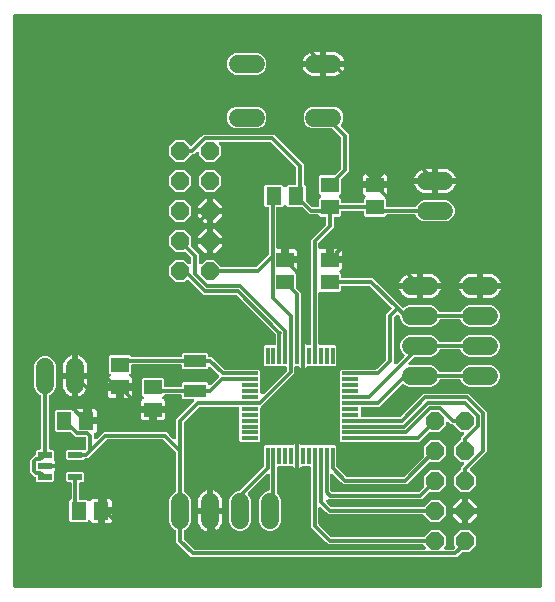
<source format=gbr>
G04 EAGLE Gerber RS-274X export*
G75*
%MOMM*%
%FSLAX34Y34*%
%LPD*%
%INTop Copper*%
%IPPOS*%
%AMOC8*
5,1,8,0,0,1.08239X$1,22.5*%
G01*
%ADD10R,1.500000X1.300000*%
%ADD11R,1.300000X1.500000*%
%ADD12R,1.200000X0.550000*%
%ADD13R,1.475000X0.300000*%
%ADD14R,0.300000X1.475000*%
%ADD15P,1.649562X8X112.500000*%
%ADD16C,1.524000*%
%ADD17P,1.649562X8X292.500000*%
%ADD18R,1.900000X1.100000*%
%ADD19C,0.304800*%

G36*
X1016026Y379480D02*
X1016026Y379480D01*
X1016052Y379478D01*
X1016199Y379500D01*
X1016346Y379517D01*
X1016371Y379525D01*
X1016397Y379529D01*
X1016535Y379584D01*
X1016674Y379634D01*
X1016696Y379648D01*
X1016721Y379658D01*
X1016842Y379743D01*
X1016967Y379823D01*
X1016985Y379842D01*
X1017007Y379857D01*
X1017106Y379967D01*
X1017209Y380074D01*
X1017223Y380096D01*
X1017240Y380116D01*
X1017312Y380246D01*
X1017388Y380373D01*
X1017396Y380398D01*
X1017409Y380421D01*
X1017449Y380564D01*
X1017494Y380705D01*
X1017496Y380731D01*
X1017504Y380756D01*
X1017523Y381000D01*
X1017523Y863600D01*
X1017520Y863626D01*
X1017522Y863652D01*
X1017500Y863799D01*
X1017483Y863946D01*
X1017475Y863971D01*
X1017471Y863997D01*
X1017416Y864135D01*
X1017366Y864274D01*
X1017352Y864296D01*
X1017342Y864321D01*
X1017257Y864442D01*
X1017177Y864567D01*
X1017158Y864585D01*
X1017143Y864607D01*
X1017033Y864706D01*
X1016926Y864809D01*
X1016904Y864823D01*
X1016884Y864840D01*
X1016754Y864912D01*
X1016627Y864988D01*
X1016602Y864996D01*
X1016579Y865009D01*
X1016436Y865049D01*
X1016295Y865094D01*
X1016269Y865096D01*
X1016244Y865104D01*
X1016000Y865123D01*
X571500Y865123D01*
X571474Y865120D01*
X571448Y865122D01*
X571301Y865100D01*
X571154Y865083D01*
X571129Y865075D01*
X571103Y865071D01*
X570965Y865016D01*
X570826Y864966D01*
X570804Y864952D01*
X570779Y864942D01*
X570658Y864857D01*
X570533Y864777D01*
X570515Y864758D01*
X570493Y864743D01*
X570394Y864633D01*
X570291Y864526D01*
X570277Y864504D01*
X570260Y864484D01*
X570188Y864354D01*
X570112Y864227D01*
X570104Y864202D01*
X570091Y864179D01*
X570051Y864036D01*
X570006Y863895D01*
X570004Y863869D01*
X569996Y863844D01*
X569977Y863600D01*
X569977Y381000D01*
X569980Y380974D01*
X569978Y380948D01*
X570000Y380801D01*
X570017Y380654D01*
X570025Y380629D01*
X570029Y380603D01*
X570084Y380465D01*
X570134Y380326D01*
X570148Y380304D01*
X570158Y380279D01*
X570243Y380158D01*
X570323Y380033D01*
X570342Y380015D01*
X570357Y379993D01*
X570467Y379894D01*
X570574Y379791D01*
X570596Y379777D01*
X570616Y379760D01*
X570746Y379688D01*
X570873Y379612D01*
X570898Y379604D01*
X570921Y379591D01*
X571064Y379551D01*
X571205Y379506D01*
X571231Y379504D01*
X571256Y379496D01*
X571500Y379477D01*
X1016000Y379477D01*
X1016026Y379480D01*
G37*
%LPC*%
G36*
X720605Y405383D02*
X720605Y405383D01*
X710383Y415605D01*
X708151Y417837D01*
X708151Y427227D01*
X708143Y427303D01*
X708144Y427379D01*
X708123Y427475D01*
X708111Y427573D01*
X708086Y427645D01*
X708069Y427720D01*
X708027Y427808D01*
X707994Y427901D01*
X707952Y427965D01*
X707920Y428034D01*
X707858Y428111D01*
X707805Y428194D01*
X707750Y428247D01*
X707702Y428307D01*
X707625Y428368D01*
X707554Y428436D01*
X707489Y428475D01*
X707429Y428523D01*
X707295Y428591D01*
X707255Y428615D01*
X707237Y428621D01*
X707211Y428634D01*
X706020Y429127D01*
X703448Y431700D01*
X702055Y435061D01*
X702055Y453939D01*
X703448Y457300D01*
X706020Y459873D01*
X707211Y460366D01*
X707278Y460403D01*
X707349Y460431D01*
X707430Y460487D01*
X707516Y460535D01*
X707572Y460587D01*
X707635Y460630D01*
X707701Y460703D01*
X707774Y460769D01*
X707817Y460832D01*
X707868Y460889D01*
X707916Y460975D01*
X707972Y461056D01*
X708000Y461127D01*
X708037Y461194D01*
X708064Y461289D01*
X708100Y461380D01*
X708111Y461456D01*
X708132Y461529D01*
X708144Y461678D01*
X708151Y461725D01*
X708149Y461744D01*
X708151Y461773D01*
X708151Y493406D01*
X708137Y493532D01*
X708130Y493658D01*
X708117Y493704D01*
X708111Y493752D01*
X708069Y493871D01*
X708034Y493993D01*
X708010Y494035D01*
X707994Y494081D01*
X707925Y494187D01*
X707864Y494297D01*
X707824Y494343D01*
X707805Y494373D01*
X707770Y494407D01*
X707705Y494483D01*
X697683Y504505D01*
X697584Y504584D01*
X697490Y504668D01*
X697448Y504692D01*
X697410Y504722D01*
X697296Y504776D01*
X697185Y504837D01*
X697139Y504850D01*
X697095Y504871D01*
X696972Y504897D01*
X696850Y504932D01*
X696789Y504937D01*
X696754Y504944D01*
X696706Y504943D01*
X696606Y504951D01*
X649594Y504951D01*
X649468Y504937D01*
X649342Y504930D01*
X649296Y504917D01*
X649248Y504911D01*
X649129Y504869D01*
X649007Y504834D01*
X648965Y504810D01*
X648919Y504794D01*
X648813Y504725D01*
X648703Y504664D01*
X648657Y504624D01*
X648627Y504605D01*
X648593Y504570D01*
X648517Y504505D01*
X633063Y489051D01*
X631089Y489051D01*
X630964Y489037D01*
X630838Y489030D01*
X630791Y489017D01*
X630743Y489011D01*
X630624Y488969D01*
X630503Y488934D01*
X630461Y488910D01*
X630415Y488894D01*
X630309Y488825D01*
X630199Y488764D01*
X630152Y488724D01*
X630122Y488705D01*
X630089Y488670D01*
X630012Y488605D01*
X629233Y487825D01*
X615969Y487825D01*
X615076Y488718D01*
X615076Y495482D01*
X615969Y496375D01*
X629233Y496375D01*
X629351Y496256D01*
X629429Y496194D01*
X629502Y496124D01*
X629566Y496086D01*
X629624Y496040D01*
X629715Y495997D01*
X629801Y495945D01*
X629872Y495923D01*
X629939Y495891D01*
X630037Y495870D01*
X630133Y495839D01*
X630207Y495833D01*
X630280Y495817D01*
X630380Y495819D01*
X630480Y495811D01*
X630554Y495822D01*
X630628Y495823D01*
X630725Y495848D01*
X630825Y495863D01*
X630894Y495890D01*
X630966Y495908D01*
X631055Y495954D01*
X631149Y495992D01*
X631210Y496034D01*
X631276Y496068D01*
X631353Y496133D01*
X631435Y496190D01*
X631485Y496246D01*
X631541Y496294D01*
X631601Y496375D01*
X631668Y496449D01*
X631704Y496514D01*
X631749Y496574D01*
X631788Y496666D01*
X631837Y496754D01*
X631857Y496826D01*
X631887Y496894D01*
X631904Y496993D01*
X631932Y497090D01*
X631940Y497190D01*
X631948Y497237D01*
X631946Y497273D01*
X631951Y497333D01*
X631951Y505580D01*
X631948Y505606D01*
X631950Y505632D01*
X631928Y505779D01*
X631911Y505926D01*
X631903Y505951D01*
X631899Y505977D01*
X631844Y506115D01*
X631794Y506254D01*
X631780Y506276D01*
X631770Y506301D01*
X631685Y506422D01*
X631605Y506547D01*
X631586Y506565D01*
X631571Y506587D01*
X631461Y506686D01*
X631354Y506789D01*
X631332Y506803D01*
X631312Y506820D01*
X631183Y506892D01*
X631055Y506968D01*
X631030Y506976D01*
X631007Y506989D01*
X630864Y507029D01*
X630723Y507074D01*
X630697Y507076D01*
X630672Y507084D01*
X630428Y507103D01*
X622775Y507103D01*
X618649Y511229D01*
X618550Y511308D01*
X618456Y511392D01*
X618414Y511416D01*
X618376Y511446D01*
X618262Y511500D01*
X618151Y511561D01*
X618104Y511574D01*
X618061Y511595D01*
X617937Y511621D01*
X617815Y511656D01*
X617755Y511661D01*
X617720Y511668D01*
X617672Y511667D01*
X617572Y511675D01*
X605668Y511675D01*
X604775Y512568D01*
X604775Y528832D01*
X605668Y529725D01*
X619932Y529725D01*
X620629Y529027D01*
X620670Y528995D01*
X620704Y528957D01*
X620805Y528887D01*
X620902Y528810D01*
X620949Y528788D01*
X620991Y528759D01*
X621106Y528714D01*
X621218Y528661D01*
X621267Y528651D01*
X621315Y528632D01*
X621437Y528614D01*
X621558Y528588D01*
X621609Y528589D01*
X621660Y528581D01*
X621783Y528592D01*
X621907Y528594D01*
X621956Y528606D01*
X622007Y528611D01*
X622125Y528649D01*
X622245Y528679D01*
X622290Y528702D01*
X622339Y528718D01*
X622445Y528782D01*
X622554Y528839D01*
X622593Y528872D01*
X622637Y528898D01*
X622726Y528984D01*
X622820Y529064D01*
X622850Y529105D01*
X622887Y529141D01*
X623026Y529342D01*
X623267Y529760D01*
X623740Y530233D01*
X624319Y530568D01*
X624965Y530741D01*
X628753Y530741D01*
X628753Y522224D01*
X628756Y522198D01*
X628754Y522172D01*
X628776Y522025D01*
X628793Y521878D01*
X628801Y521853D01*
X628805Y521827D01*
X628860Y521689D01*
X628910Y521550D01*
X628924Y521528D01*
X628934Y521503D01*
X629019Y521382D01*
X629099Y521257D01*
X629118Y521239D01*
X629133Y521217D01*
X629243Y521118D01*
X629350Y521015D01*
X629372Y521001D01*
X629392Y520984D01*
X629522Y520912D01*
X629649Y520836D01*
X629674Y520828D01*
X629697Y520815D01*
X629840Y520775D01*
X629981Y520730D01*
X630007Y520728D01*
X630032Y520720D01*
X630276Y520701D01*
X631801Y520701D01*
X631801Y519176D01*
X631804Y519150D01*
X631802Y519124D01*
X631824Y518977D01*
X631841Y518830D01*
X631850Y518805D01*
X631853Y518779D01*
X631908Y518641D01*
X631958Y518502D01*
X631972Y518480D01*
X631982Y518455D01*
X632067Y518334D01*
X632147Y518209D01*
X632166Y518191D01*
X632181Y518169D01*
X632291Y518070D01*
X632398Y517967D01*
X632420Y517953D01*
X632440Y517936D01*
X632570Y517864D01*
X632697Y517788D01*
X632722Y517780D01*
X632745Y517767D01*
X632888Y517727D01*
X633029Y517682D01*
X633055Y517680D01*
X633080Y517672D01*
X633324Y517653D01*
X640841Y517653D01*
X640841Y512865D01*
X640668Y512219D01*
X640333Y511640D01*
X639860Y511167D01*
X639281Y510832D01*
X639178Y510805D01*
X639177Y510804D01*
X639175Y510804D01*
X639018Y510742D01*
X638854Y510677D01*
X638852Y510676D01*
X638851Y510675D01*
X638713Y510580D01*
X638567Y510478D01*
X638566Y510477D01*
X638565Y510476D01*
X638451Y510350D01*
X638333Y510220D01*
X638333Y510219D01*
X638332Y510218D01*
X638242Y510056D01*
X638164Y509915D01*
X638164Y509914D01*
X638163Y509913D01*
X638113Y509737D01*
X638069Y509580D01*
X638069Y509579D01*
X638068Y509577D01*
X638049Y509333D01*
X638049Y506338D01*
X638060Y506238D01*
X638062Y506138D01*
X638080Y506065D01*
X638089Y505992D01*
X638122Y505897D01*
X638147Y505800D01*
X638181Y505733D01*
X638206Y505663D01*
X638261Y505579D01*
X638307Y505490D01*
X638355Y505433D01*
X638395Y505371D01*
X638467Y505301D01*
X638532Y505224D01*
X638592Y505180D01*
X638646Y505128D01*
X638732Y505077D01*
X638813Y505017D01*
X638881Y504988D01*
X638945Y504950D01*
X639041Y504919D01*
X639133Y504879D01*
X639206Y504866D01*
X639277Y504843D01*
X639377Y504835D01*
X639476Y504818D01*
X639550Y504821D01*
X639624Y504815D01*
X639724Y504830D01*
X639824Y504835D01*
X639895Y504856D01*
X639969Y504867D01*
X640062Y504904D01*
X640159Y504932D01*
X640224Y504968D01*
X640293Y504996D01*
X640375Y505053D01*
X640463Y505102D01*
X640539Y505167D01*
X640579Y505195D01*
X640603Y505221D01*
X640649Y505261D01*
X644205Y508817D01*
X646437Y511049D01*
X699763Y511049D01*
X701995Y508817D01*
X705551Y505261D01*
X705629Y505198D01*
X705702Y505128D01*
X705766Y505090D01*
X705824Y505044D01*
X705915Y505001D01*
X706001Y504950D01*
X706072Y504927D01*
X706139Y504895D01*
X706237Y504874D01*
X706333Y504843D01*
X706407Y504837D01*
X706480Y504822D01*
X706580Y504823D01*
X706680Y504815D01*
X706754Y504826D01*
X706828Y504828D01*
X706925Y504852D01*
X707025Y504867D01*
X707094Y504895D01*
X707166Y504913D01*
X707255Y504959D01*
X707349Y504996D01*
X707410Y505038D01*
X707476Y505072D01*
X707552Y505137D01*
X707635Y505195D01*
X707685Y505250D01*
X707741Y505298D01*
X707801Y505379D01*
X707868Y505454D01*
X707904Y505519D01*
X707949Y505578D01*
X707988Y505671D01*
X708037Y505759D01*
X708057Y505830D01*
X708087Y505898D01*
X708104Y505997D01*
X708132Y506094D01*
X708140Y506194D01*
X708148Y506241D01*
X708146Y506277D01*
X708151Y506338D01*
X708151Y521963D01*
X722863Y536675D01*
X722926Y536753D01*
X722996Y536826D01*
X723034Y536890D01*
X723080Y536948D01*
X723123Y537039D01*
X723174Y537125D01*
X723197Y537196D01*
X723229Y537263D01*
X723250Y537361D01*
X723281Y537457D01*
X723287Y537531D01*
X723302Y537604D01*
X723301Y537704D01*
X723309Y537804D01*
X723298Y537878D01*
X723296Y537952D01*
X723272Y538049D01*
X723257Y538149D01*
X723229Y538218D01*
X723211Y538290D01*
X723165Y538380D01*
X723128Y538473D01*
X723086Y538534D01*
X723052Y538600D01*
X722986Y538677D01*
X722929Y538759D01*
X722874Y538809D01*
X722826Y538865D01*
X722745Y538925D01*
X722670Y538992D01*
X722605Y539028D01*
X722546Y539073D01*
X722453Y539112D01*
X722365Y539161D01*
X722294Y539181D01*
X722226Y539211D01*
X722127Y539228D01*
X722030Y539256D01*
X721930Y539264D01*
X721883Y539272D01*
X721847Y539270D01*
X721786Y539275D01*
X713768Y539275D01*
X712875Y540168D01*
X712875Y541728D01*
X712872Y541754D01*
X712874Y541780D01*
X712852Y541927D01*
X712835Y542074D01*
X712827Y542099D01*
X712823Y542125D01*
X712768Y542263D01*
X712718Y542402D01*
X712704Y542424D01*
X712694Y542449D01*
X712609Y542570D01*
X712529Y542695D01*
X712510Y542713D01*
X712495Y542735D01*
X712385Y542834D01*
X712278Y542937D01*
X712256Y542951D01*
X712236Y542968D01*
X712106Y543040D01*
X711979Y543116D01*
X711954Y543124D01*
X711931Y543137D01*
X711788Y543177D01*
X711647Y543222D01*
X711621Y543224D01*
X711596Y543232D01*
X711352Y543251D01*
X698888Y543251D01*
X698862Y543248D01*
X698836Y543250D01*
X698689Y543228D01*
X698542Y543211D01*
X698517Y543203D01*
X698491Y543199D01*
X698353Y543144D01*
X698214Y543094D01*
X698192Y543080D01*
X698167Y543070D01*
X698046Y542985D01*
X697921Y542905D01*
X697903Y542886D01*
X697881Y542871D01*
X697782Y542761D01*
X697679Y542654D01*
X697665Y542632D01*
X697648Y542612D01*
X697576Y542482D01*
X697500Y542355D01*
X697492Y542330D01*
X697479Y542307D01*
X697450Y542204D01*
X696667Y541421D01*
X696635Y541380D01*
X696597Y541346D01*
X696527Y541245D01*
X696450Y541148D01*
X696428Y541101D01*
X696399Y541059D01*
X696354Y540944D01*
X696301Y540832D01*
X696291Y540783D01*
X696272Y540735D01*
X696254Y540613D01*
X696228Y540492D01*
X696229Y540441D01*
X696221Y540390D01*
X696232Y540267D01*
X696234Y540143D01*
X696246Y540094D01*
X696251Y540043D01*
X696289Y539925D01*
X696319Y539805D01*
X696342Y539760D01*
X696358Y539711D01*
X696422Y539605D01*
X696479Y539496D01*
X696512Y539457D01*
X696538Y539413D01*
X696624Y539324D01*
X696704Y539230D01*
X696745Y539200D01*
X696781Y539163D01*
X696982Y539024D01*
X697400Y538783D01*
X697873Y538310D01*
X698208Y537731D01*
X698381Y537085D01*
X698381Y533297D01*
X689864Y533297D01*
X689838Y533294D01*
X689812Y533296D01*
X689665Y533274D01*
X689518Y533257D01*
X689493Y533248D01*
X689467Y533245D01*
X689329Y533190D01*
X689190Y533140D01*
X689168Y533126D01*
X689143Y533116D01*
X689022Y533031D01*
X688897Y532951D01*
X688879Y532932D01*
X688857Y532917D01*
X688758Y532807D01*
X688655Y532700D01*
X688641Y532678D01*
X688624Y532658D01*
X688552Y532528D01*
X688476Y532401D01*
X688468Y532376D01*
X688455Y532353D01*
X688415Y532210D01*
X688370Y532069D01*
X688368Y532043D01*
X688360Y532018D01*
X688341Y531774D01*
X688341Y530249D01*
X688339Y530249D01*
X688339Y531774D01*
X688336Y531800D01*
X688338Y531826D01*
X688316Y531973D01*
X688299Y532120D01*
X688290Y532145D01*
X688287Y532171D01*
X688232Y532309D01*
X688182Y532448D01*
X688168Y532470D01*
X688158Y532495D01*
X688073Y532616D01*
X687993Y532741D01*
X687974Y532759D01*
X687959Y532781D01*
X687849Y532880D01*
X687742Y532983D01*
X687720Y532997D01*
X687700Y533014D01*
X687570Y533086D01*
X687443Y533162D01*
X687418Y533170D01*
X687395Y533183D01*
X687252Y533223D01*
X687111Y533268D01*
X687085Y533270D01*
X687060Y533278D01*
X686816Y533297D01*
X678299Y533297D01*
X678299Y537085D01*
X678472Y537731D01*
X678807Y538310D01*
X679280Y538783D01*
X679698Y539024D01*
X679739Y539055D01*
X679784Y539078D01*
X679878Y539158D01*
X679978Y539232D01*
X680011Y539271D01*
X680049Y539304D01*
X680123Y539403D01*
X680203Y539498D01*
X680226Y539543D01*
X680257Y539584D01*
X680306Y539698D01*
X680362Y539808D01*
X680374Y539857D01*
X680395Y539904D01*
X680416Y540026D01*
X680446Y540146D01*
X680447Y540197D01*
X680456Y540247D01*
X680450Y540371D01*
X680452Y540494D01*
X680441Y540544D01*
X680438Y540595D01*
X680404Y540714D01*
X680378Y540835D01*
X680356Y540881D01*
X680342Y540930D01*
X680281Y541038D01*
X680228Y541150D01*
X680197Y541190D01*
X680172Y541234D01*
X680013Y541421D01*
X679315Y542118D01*
X679315Y556382D01*
X680208Y557275D01*
X696472Y557275D01*
X697365Y556382D01*
X697365Y550872D01*
X697368Y550846D01*
X697366Y550820D01*
X697388Y550673D01*
X697405Y550526D01*
X697413Y550501D01*
X697417Y550475D01*
X697472Y550337D01*
X697522Y550198D01*
X697536Y550176D01*
X697546Y550151D01*
X697631Y550030D01*
X697711Y549905D01*
X697730Y549887D01*
X697745Y549865D01*
X697855Y549766D01*
X697962Y549663D01*
X697984Y549649D01*
X698004Y549632D01*
X698134Y549560D01*
X698261Y549484D01*
X698286Y549476D01*
X698309Y549463D01*
X698452Y549423D01*
X698593Y549378D01*
X698619Y549376D01*
X698644Y549368D01*
X698888Y549349D01*
X711352Y549349D01*
X711378Y549352D01*
X711404Y549350D01*
X711551Y549372D01*
X711698Y549389D01*
X711723Y549397D01*
X711749Y549401D01*
X711887Y549456D01*
X712026Y549506D01*
X712048Y549520D01*
X712073Y549530D01*
X712194Y549615D01*
X712319Y549695D01*
X712337Y549714D01*
X712359Y549729D01*
X712458Y549839D01*
X712561Y549946D01*
X712575Y549968D01*
X712592Y549988D01*
X712664Y550118D01*
X712740Y550245D01*
X712748Y550270D01*
X712761Y550293D01*
X712801Y550436D01*
X712846Y550577D01*
X712848Y550603D01*
X712856Y550628D01*
X712875Y550872D01*
X712875Y552432D01*
X713768Y553325D01*
X734032Y553325D01*
X734925Y552432D01*
X734925Y552414D01*
X734936Y552314D01*
X734938Y552214D01*
X734956Y552141D01*
X734965Y552068D01*
X734998Y551973D01*
X735023Y551876D01*
X735057Y551809D01*
X735082Y551739D01*
X735137Y551655D01*
X735183Y551566D01*
X735231Y551509D01*
X735271Y551447D01*
X735343Y551377D01*
X735408Y551300D01*
X735468Y551256D01*
X735522Y551204D01*
X735608Y551153D01*
X735689Y551093D01*
X735757Y551064D01*
X735821Y551026D01*
X735917Y550995D01*
X736009Y550955D01*
X736082Y550942D01*
X736153Y550919D01*
X736253Y550911D01*
X736352Y550894D01*
X736426Y550897D01*
X736500Y550891D01*
X736600Y550906D01*
X736700Y550911D01*
X736771Y550932D01*
X736845Y550943D01*
X736938Y550980D01*
X737035Y551008D01*
X737100Y551044D01*
X737169Y551072D01*
X737251Y551129D01*
X737339Y551178D01*
X737415Y551243D01*
X737455Y551271D01*
X737479Y551297D01*
X737525Y551337D01*
X743911Y557723D01*
X743928Y557743D01*
X743948Y557760D01*
X744036Y557880D01*
X744128Y557996D01*
X744139Y558020D01*
X744155Y558041D01*
X744214Y558177D01*
X744277Y558311D01*
X744282Y558337D01*
X744293Y558361D01*
X744319Y558507D01*
X744350Y558652D01*
X744350Y558678D01*
X744354Y558704D01*
X744347Y558852D01*
X744344Y559000D01*
X744338Y559026D01*
X744337Y559052D01*
X744295Y559194D01*
X744259Y559338D01*
X744247Y559362D01*
X744240Y559387D01*
X744168Y559516D01*
X744100Y559648D01*
X744083Y559668D01*
X744070Y559691D01*
X743911Y559877D01*
X737525Y566263D01*
X737447Y566326D01*
X737374Y566396D01*
X737310Y566434D01*
X737252Y566480D01*
X737161Y566523D01*
X737075Y566574D01*
X737004Y566597D01*
X736937Y566629D01*
X736839Y566650D01*
X736743Y566681D01*
X736669Y566687D01*
X736596Y566702D01*
X736496Y566701D01*
X736396Y566709D01*
X736322Y566698D01*
X736248Y566696D01*
X736151Y566672D01*
X736051Y566657D01*
X735982Y566629D01*
X735910Y566611D01*
X735820Y566565D01*
X735727Y566528D01*
X735666Y566486D01*
X735600Y566452D01*
X735523Y566386D01*
X735441Y566329D01*
X735391Y566274D01*
X735335Y566226D01*
X735275Y566145D01*
X735208Y566070D01*
X735172Y566005D01*
X735127Y565946D01*
X735088Y565853D01*
X735039Y565765D01*
X735019Y565694D01*
X734989Y565626D01*
X734972Y565527D01*
X734944Y565430D01*
X734936Y565330D01*
X734928Y565283D01*
X734930Y565247D01*
X734925Y565186D01*
X734925Y565168D01*
X734032Y564275D01*
X713768Y564275D01*
X712875Y565168D01*
X712875Y566928D01*
X712872Y566954D01*
X712874Y566980D01*
X712852Y567127D01*
X712835Y567274D01*
X712827Y567299D01*
X712823Y567325D01*
X712768Y567463D01*
X712718Y567602D01*
X712704Y567624D01*
X712694Y567649D01*
X712609Y567770D01*
X712529Y567895D01*
X712510Y567913D01*
X712495Y567935D01*
X712385Y568034D01*
X712278Y568137D01*
X712256Y568151D01*
X712236Y568168D01*
X712106Y568240D01*
X711979Y568316D01*
X711954Y568324D01*
X711931Y568337D01*
X711788Y568377D01*
X711647Y568422D01*
X711621Y568424D01*
X711596Y568432D01*
X711352Y568451D01*
X670948Y568451D01*
X670922Y568448D01*
X670896Y568450D01*
X670749Y568428D01*
X670602Y568411D01*
X670577Y568403D01*
X670551Y568399D01*
X670413Y568344D01*
X670274Y568294D01*
X670252Y568280D01*
X670227Y568270D01*
X670106Y568185D01*
X669981Y568105D01*
X669963Y568086D01*
X669941Y568071D01*
X669842Y567961D01*
X669739Y567854D01*
X669725Y567832D01*
X669708Y567812D01*
X669636Y567682D01*
X669560Y567555D01*
X669552Y567530D01*
X669539Y567507D01*
X669499Y567364D01*
X669454Y567223D01*
X669452Y567197D01*
X669444Y567172D01*
X669425Y566928D01*
X669425Y561168D01*
X668727Y560471D01*
X668695Y560430D01*
X668657Y560396D01*
X668587Y560295D01*
X668510Y560198D01*
X668488Y560151D01*
X668459Y560109D01*
X668414Y559994D01*
X668361Y559882D01*
X668351Y559833D01*
X668332Y559785D01*
X668314Y559663D01*
X668288Y559542D01*
X668289Y559491D01*
X668281Y559440D01*
X668292Y559317D01*
X668294Y559193D01*
X668306Y559144D01*
X668311Y559093D01*
X668349Y558975D01*
X668379Y558855D01*
X668402Y558810D01*
X668418Y558761D01*
X668482Y558655D01*
X668539Y558546D01*
X668572Y558507D01*
X668598Y558463D01*
X668684Y558374D01*
X668764Y558280D01*
X668805Y558250D01*
X668841Y558213D01*
X669042Y558074D01*
X669460Y557833D01*
X669933Y557360D01*
X670268Y556781D01*
X670441Y556135D01*
X670441Y552347D01*
X661924Y552347D01*
X661898Y552344D01*
X661872Y552346D01*
X661725Y552324D01*
X661578Y552307D01*
X661553Y552298D01*
X661527Y552295D01*
X661389Y552240D01*
X661250Y552190D01*
X661228Y552176D01*
X661203Y552166D01*
X661082Y552081D01*
X660957Y552001D01*
X660939Y551982D01*
X660917Y551967D01*
X660818Y551857D01*
X660715Y551750D01*
X660701Y551728D01*
X660684Y551708D01*
X660612Y551578D01*
X660536Y551451D01*
X660528Y551426D01*
X660515Y551403D01*
X660475Y551260D01*
X660430Y551119D01*
X660428Y551093D01*
X660420Y551068D01*
X660401Y550824D01*
X660401Y549299D01*
X660399Y549299D01*
X660399Y550824D01*
X660396Y550850D01*
X660398Y550876D01*
X660376Y551023D01*
X660359Y551170D01*
X660350Y551195D01*
X660347Y551221D01*
X660292Y551359D01*
X660242Y551498D01*
X660228Y551520D01*
X660218Y551545D01*
X660133Y551666D01*
X660053Y551791D01*
X660034Y551809D01*
X660019Y551831D01*
X659909Y551930D01*
X659802Y552033D01*
X659780Y552047D01*
X659760Y552064D01*
X659630Y552136D01*
X659503Y552212D01*
X659478Y552220D01*
X659455Y552233D01*
X659312Y552273D01*
X659171Y552318D01*
X659145Y552320D01*
X659120Y552328D01*
X658876Y552347D01*
X650359Y552347D01*
X650359Y556135D01*
X650532Y556781D01*
X650867Y557360D01*
X651340Y557833D01*
X651758Y558074D01*
X651799Y558105D01*
X651844Y558128D01*
X651938Y558208D01*
X652038Y558282D01*
X652071Y558321D01*
X652109Y558354D01*
X652183Y558453D01*
X652263Y558548D01*
X652286Y558593D01*
X652317Y558634D01*
X652366Y558748D01*
X652422Y558858D01*
X652434Y558907D01*
X652455Y558954D01*
X652476Y559076D01*
X652506Y559196D01*
X652507Y559247D01*
X652516Y559297D01*
X652510Y559421D01*
X652512Y559544D01*
X652501Y559594D01*
X652498Y559645D01*
X652464Y559764D01*
X652438Y559885D01*
X652416Y559931D01*
X652402Y559980D01*
X652341Y560088D01*
X652288Y560200D01*
X652257Y560240D01*
X652232Y560284D01*
X652073Y560471D01*
X651375Y561168D01*
X651375Y575432D01*
X652268Y576325D01*
X668532Y576325D01*
X669861Y574995D01*
X669961Y574916D01*
X670054Y574832D01*
X670097Y574808D01*
X670134Y574778D01*
X670249Y574724D01*
X670359Y574663D01*
X670406Y574650D01*
X670449Y574629D01*
X670573Y574603D01*
X670695Y574568D01*
X670755Y574563D01*
X670790Y574556D01*
X670838Y574557D01*
X670938Y574549D01*
X711352Y574549D01*
X711378Y574552D01*
X711404Y574550D01*
X711551Y574572D01*
X711698Y574589D01*
X711723Y574597D01*
X711749Y574601D01*
X711887Y574656D01*
X712026Y574706D01*
X712048Y574720D01*
X712073Y574730D01*
X712194Y574815D01*
X712319Y574895D01*
X712337Y574914D01*
X712359Y574929D01*
X712458Y575039D01*
X712561Y575146D01*
X712575Y575168D01*
X712592Y575188D01*
X712664Y575318D01*
X712740Y575445D01*
X712748Y575470D01*
X712761Y575493D01*
X712801Y575636D01*
X712846Y575777D01*
X712848Y575803D01*
X712856Y575828D01*
X712875Y576072D01*
X712875Y577432D01*
X713768Y578325D01*
X734032Y578325D01*
X734925Y577432D01*
X734925Y576072D01*
X734928Y576046D01*
X734926Y576020D01*
X734948Y575873D01*
X734965Y575726D01*
X734973Y575701D01*
X734977Y575675D01*
X735032Y575537D01*
X735082Y575398D01*
X735096Y575376D01*
X735106Y575351D01*
X735191Y575230D01*
X735271Y575105D01*
X735290Y575087D01*
X735305Y575065D01*
X735415Y574966D01*
X735522Y574863D01*
X735544Y574849D01*
X735564Y574832D01*
X735694Y574760D01*
X735821Y574684D01*
X735846Y574676D01*
X735869Y574663D01*
X736012Y574623D01*
X736153Y574578D01*
X736179Y574576D01*
X736204Y574568D01*
X736448Y574549D01*
X737863Y574549D01*
X748017Y564395D01*
X748116Y564316D01*
X748210Y564232D01*
X748252Y564208D01*
X748290Y564178D01*
X748404Y564124D01*
X748515Y564063D01*
X748561Y564050D01*
X748605Y564029D01*
X748728Y564003D01*
X748850Y563968D01*
X748911Y563963D01*
X748946Y563956D01*
X748994Y563957D01*
X749094Y563949D01*
X772079Y563949D01*
X772094Y563944D01*
X772154Y563940D01*
X772188Y563932D01*
X772237Y563933D01*
X772338Y563925D01*
X778427Y563925D01*
X779320Y563032D01*
X779320Y544603D01*
X779331Y544503D01*
X779333Y544403D01*
X779351Y544331D01*
X779360Y544257D01*
X779393Y544163D01*
X779418Y544065D01*
X779452Y543999D01*
X779477Y543929D01*
X779532Y543845D01*
X779578Y543755D01*
X779626Y543699D01*
X779666Y543636D01*
X779738Y543566D01*
X779803Y543490D01*
X779863Y543446D01*
X779917Y543394D01*
X780003Y543342D01*
X780084Y543283D01*
X780152Y543253D01*
X780216Y543215D01*
X780312Y543184D01*
X780404Y543145D01*
X780477Y543132D01*
X780548Y543109D01*
X780648Y543101D01*
X780747Y543083D01*
X780821Y543087D01*
X780895Y543081D01*
X780995Y543096D01*
X781095Y543101D01*
X781166Y543122D01*
X781240Y543133D01*
X781333Y543170D01*
X781430Y543197D01*
X781495Y543234D01*
X781564Y543261D01*
X781646Y543319D01*
X781734Y543368D01*
X781810Y543433D01*
X781850Y543460D01*
X781874Y543487D01*
X781920Y543526D01*
X801353Y562959D01*
X801432Y563058D01*
X801516Y563152D01*
X801540Y563194D01*
X801570Y563232D01*
X801624Y563346D01*
X801685Y563457D01*
X801698Y563504D01*
X801719Y563547D01*
X801745Y563671D01*
X801780Y563793D01*
X801785Y563853D01*
X801792Y563888D01*
X801791Y563936D01*
X801799Y564036D01*
X801799Y565357D01*
X801798Y565365D01*
X801798Y565367D01*
X801796Y565383D01*
X801798Y565409D01*
X801776Y565556D01*
X801759Y565703D01*
X801751Y565728D01*
X801747Y565754D01*
X801692Y565892D01*
X801642Y566031D01*
X801628Y566053D01*
X801618Y566078D01*
X801533Y566199D01*
X801453Y566324D01*
X801434Y566342D01*
X801419Y566364D01*
X801309Y566463D01*
X801202Y566566D01*
X801180Y566580D01*
X801160Y566597D01*
X801030Y566669D01*
X800903Y566745D01*
X800878Y566753D01*
X800855Y566766D01*
X800712Y566806D01*
X800571Y566851D01*
X800545Y566853D01*
X800520Y566861D01*
X800276Y566880D01*
X783168Y566880D01*
X782275Y567773D01*
X782275Y583787D01*
X783168Y584680D01*
X790728Y584680D01*
X790754Y584683D01*
X790780Y584681D01*
X790927Y584703D01*
X791074Y584720D01*
X791099Y584728D01*
X791125Y584732D01*
X791263Y584787D01*
X791402Y584837D01*
X791424Y584851D01*
X791449Y584861D01*
X791570Y584946D01*
X791695Y585026D01*
X791713Y585045D01*
X791735Y585060D01*
X791834Y585170D01*
X791937Y585277D01*
X791951Y585299D01*
X791968Y585319D01*
X792040Y585449D01*
X792116Y585576D01*
X792124Y585601D01*
X792137Y585624D01*
X792177Y585767D01*
X792222Y585908D01*
X792224Y585934D01*
X792232Y585959D01*
X792251Y586203D01*
X792251Y593340D01*
X792237Y593466D01*
X792230Y593592D01*
X792217Y593639D01*
X792211Y593687D01*
X792169Y593806D01*
X792134Y593927D01*
X792110Y593969D01*
X792094Y594015D01*
X792025Y594121D01*
X791964Y594231D01*
X791924Y594278D01*
X791905Y594308D01*
X791870Y594341D01*
X791805Y594417D01*
X759289Y626933D01*
X759190Y627012D01*
X759097Y627096D01*
X759054Y627120D01*
X759016Y627150D01*
X758902Y627204D01*
X758792Y627265D01*
X758745Y627278D01*
X758701Y627299D01*
X758578Y627325D01*
X758456Y627360D01*
X758395Y627365D01*
X758361Y627372D01*
X758313Y627371D01*
X758212Y627379D01*
X731056Y627379D01*
X718511Y639924D01*
X718491Y639941D01*
X718474Y639961D01*
X718354Y640049D01*
X718238Y640141D01*
X718215Y640152D01*
X718193Y640168D01*
X718057Y640227D01*
X717923Y640290D01*
X717897Y640296D01*
X717873Y640306D01*
X717727Y640332D01*
X717582Y640363D01*
X717556Y640363D01*
X717530Y640368D01*
X717382Y640360D01*
X717234Y640357D01*
X717209Y640351D01*
X717182Y640350D01*
X717040Y640309D01*
X716896Y640272D01*
X716873Y640260D01*
X716847Y640253D01*
X716718Y640181D01*
X716586Y640113D01*
X716566Y640096D01*
X716543Y640083D01*
X716357Y639924D01*
X714988Y638555D01*
X707412Y638555D01*
X702055Y643912D01*
X702055Y651488D01*
X707412Y656845D01*
X714988Y656845D01*
X718251Y653582D01*
X718329Y653519D01*
X718402Y653449D01*
X718466Y653411D01*
X718524Y653365D01*
X718615Y653322D01*
X718701Y653271D01*
X718772Y653248D01*
X718839Y653216D01*
X718937Y653195D01*
X719033Y653164D01*
X719107Y653158D01*
X719180Y653143D01*
X719280Y653144D01*
X719380Y653136D01*
X719454Y653147D01*
X719528Y653149D01*
X719625Y653173D01*
X719725Y653188D01*
X719794Y653216D01*
X719866Y653234D01*
X719956Y653280D01*
X720049Y653317D01*
X720110Y653359D01*
X720176Y653393D01*
X720252Y653458D01*
X720335Y653516D01*
X720385Y653571D01*
X720441Y653619D01*
X720501Y653700D01*
X720568Y653775D01*
X720604Y653840D01*
X720649Y653899D01*
X720688Y653992D01*
X720737Y654080D01*
X720757Y654151D01*
X720787Y654219D01*
X720804Y654318D01*
X720832Y654415D01*
X720840Y654515D01*
X720848Y654563D01*
X720846Y654598D01*
X720851Y654659D01*
X720851Y658506D01*
X720837Y658632D01*
X720830Y658758D01*
X720817Y658804D01*
X720811Y658852D01*
X720769Y658971D01*
X720734Y659093D01*
X720710Y659135D01*
X720694Y659181D01*
X720625Y659287D01*
X720564Y659397D01*
X720524Y659443D01*
X720505Y659473D01*
X720470Y659507D01*
X720405Y659583D01*
X716479Y663509D01*
X716380Y663588D01*
X716286Y663672D01*
X716244Y663696D01*
X716206Y663726D01*
X716092Y663780D01*
X715981Y663841D01*
X715935Y663854D01*
X715891Y663875D01*
X715768Y663901D01*
X715646Y663936D01*
X715585Y663941D01*
X715550Y663948D01*
X715502Y663947D01*
X715402Y663955D01*
X707412Y663955D01*
X702055Y669312D01*
X702055Y676888D01*
X707412Y682245D01*
X714988Y682245D01*
X720345Y676888D01*
X720345Y668898D01*
X720350Y668852D01*
X720349Y668842D01*
X720358Y668785D01*
X720359Y668772D01*
X720366Y668646D01*
X720379Y668600D01*
X720385Y668552D01*
X720399Y668513D01*
X720401Y668497D01*
X720429Y668427D01*
X720462Y668311D01*
X720486Y668269D01*
X720502Y668223D01*
X720522Y668193D01*
X720530Y668174D01*
X720579Y668103D01*
X720632Y668007D01*
X720672Y667961D01*
X720691Y667931D01*
X720713Y667909D01*
X720729Y667887D01*
X720753Y667866D01*
X720791Y667821D01*
X726949Y661663D01*
X726949Y654659D01*
X726960Y654559D01*
X726962Y654459D01*
X726980Y654386D01*
X726989Y654313D01*
X727022Y654218D01*
X727047Y654121D01*
X727081Y654054D01*
X727106Y653984D01*
X727161Y653900D01*
X727207Y653811D01*
X727255Y653754D01*
X727295Y653692D01*
X727367Y653622D01*
X727432Y653545D01*
X727492Y653501D01*
X727546Y653449D01*
X727632Y653398D01*
X727713Y653338D01*
X727781Y653309D01*
X727845Y653271D01*
X727941Y653240D01*
X728033Y653200D01*
X728106Y653187D01*
X728177Y653164D01*
X728277Y653156D01*
X728376Y653139D01*
X728450Y653142D01*
X728524Y653136D01*
X728624Y653151D01*
X728724Y653156D01*
X728795Y653177D01*
X728869Y653188D01*
X728962Y653225D01*
X729059Y653253D01*
X729124Y653289D01*
X729193Y653317D01*
X729275Y653374D01*
X729363Y653423D01*
X729439Y653488D01*
X729479Y653516D01*
X729503Y653542D01*
X729549Y653582D01*
X732812Y656845D01*
X740388Y656845D01*
X746038Y651195D01*
X746137Y651116D01*
X746231Y651032D01*
X746273Y651008D01*
X746311Y650978D01*
X746425Y650924D01*
X746536Y650863D01*
X746582Y650850D01*
X746626Y650829D01*
X746749Y650803D01*
X746871Y650768D01*
X746932Y650763D01*
X746967Y650756D01*
X747015Y650757D01*
X747115Y650749D01*
X774958Y650749D01*
X775084Y650763D01*
X775210Y650770D01*
X775256Y650783D01*
X775304Y650789D01*
X775423Y650831D01*
X775545Y650866D01*
X775587Y650890D01*
X775633Y650906D01*
X775739Y650975D01*
X775849Y651036D01*
X775895Y651076D01*
X775925Y651095D01*
X775959Y651130D01*
X776035Y651195D01*
X786057Y661217D01*
X786136Y661316D01*
X786220Y661410D01*
X786244Y661452D01*
X786274Y661490D01*
X786328Y661604D01*
X786389Y661715D01*
X786402Y661761D01*
X786423Y661805D01*
X786449Y661928D01*
X786484Y662050D01*
X786489Y662111D01*
X786496Y662146D01*
X786495Y662194D01*
X786503Y662294D01*
X786503Y700652D01*
X786500Y700678D01*
X786502Y700704D01*
X786480Y700851D01*
X786463Y700998D01*
X786455Y701023D01*
X786451Y701049D01*
X786396Y701187D01*
X786346Y701326D01*
X786332Y701348D01*
X786322Y701373D01*
X786237Y701494D01*
X786157Y701619D01*
X786138Y701637D01*
X786123Y701659D01*
X786013Y701758D01*
X785906Y701861D01*
X785884Y701875D01*
X785864Y701892D01*
X785734Y701964D01*
X785607Y702040D01*
X785582Y702048D01*
X785559Y702061D01*
X785416Y702101D01*
X785275Y702146D01*
X785249Y702148D01*
X785224Y702156D01*
X784980Y702175D01*
X783468Y702175D01*
X782575Y703068D01*
X782575Y719332D01*
X783468Y720225D01*
X797732Y720225D01*
X799023Y718933D01*
X799043Y718917D01*
X799060Y718897D01*
X799180Y718809D01*
X799296Y718717D01*
X799320Y718706D01*
X799341Y718690D01*
X799477Y718631D01*
X799611Y718568D01*
X799637Y718562D01*
X799661Y718552D01*
X799807Y718526D01*
X799952Y718494D01*
X799978Y718495D01*
X800004Y718490D01*
X800152Y718498D01*
X800300Y718500D01*
X800326Y718507D01*
X800352Y718508D01*
X800494Y718549D01*
X800638Y718585D01*
X800661Y718597D01*
X800687Y718605D01*
X800816Y718677D01*
X800948Y718745D01*
X800968Y718762D01*
X800991Y718775D01*
X801177Y718933D01*
X802468Y720225D01*
X808228Y720225D01*
X808254Y720228D01*
X808280Y720226D01*
X808427Y720248D01*
X808574Y720265D01*
X808599Y720273D01*
X808625Y720277D01*
X808763Y720332D01*
X808902Y720382D01*
X808924Y720396D01*
X808949Y720406D01*
X809070Y720491D01*
X809195Y720571D01*
X809213Y720590D01*
X809235Y720605D01*
X809334Y720715D01*
X809437Y720822D01*
X809451Y720844D01*
X809468Y720864D01*
X809540Y720994D01*
X809616Y721121D01*
X809624Y721146D01*
X809637Y721169D01*
X809677Y721312D01*
X809722Y721453D01*
X809724Y721479D01*
X809732Y721504D01*
X809751Y721748D01*
X809751Y734706D01*
X809737Y734832D01*
X809730Y734958D01*
X809717Y735004D01*
X809711Y735052D01*
X809669Y735171D01*
X809634Y735293D01*
X809610Y735335D01*
X809594Y735381D01*
X809525Y735487D01*
X809464Y735597D01*
X809424Y735643D01*
X809405Y735673D01*
X809370Y735707D01*
X809305Y735783D01*
X788615Y756473D01*
X788516Y756552D01*
X788422Y756636D01*
X788380Y756660D01*
X788342Y756690D01*
X788228Y756744D01*
X788117Y756805D01*
X788071Y756818D01*
X788027Y756839D01*
X787904Y756865D01*
X787782Y756900D01*
X787721Y756905D01*
X787686Y756912D01*
X787638Y756911D01*
X787538Y756919D01*
X745591Y756919D01*
X745491Y756908D01*
X745391Y756906D01*
X745318Y756888D01*
X745245Y756879D01*
X745150Y756846D01*
X745053Y756821D01*
X744986Y756787D01*
X744916Y756762D01*
X744832Y756707D01*
X744743Y756661D01*
X744686Y756613D01*
X744624Y756573D01*
X744554Y756501D01*
X744477Y756436D01*
X744433Y756376D01*
X744381Y756322D01*
X744330Y756236D01*
X744270Y756155D01*
X744241Y756087D01*
X744203Y756023D01*
X744172Y755927D01*
X744132Y755835D01*
X744119Y755762D01*
X744096Y755691D01*
X744088Y755591D01*
X744071Y755492D01*
X744074Y755418D01*
X744068Y755344D01*
X744083Y755244D01*
X744088Y755144D01*
X744109Y755073D01*
X744120Y754999D01*
X744157Y754906D01*
X744185Y754809D01*
X744221Y754744D01*
X744249Y754675D01*
X744306Y754593D01*
X744355Y754505D01*
X744420Y754429D01*
X744448Y754389D01*
X744474Y754365D01*
X744514Y754319D01*
X745745Y753088D01*
X745745Y745512D01*
X740388Y740155D01*
X732812Y740155D01*
X727455Y745512D01*
X727455Y747253D01*
X727444Y747353D01*
X727442Y747453D01*
X727424Y747525D01*
X727415Y747599D01*
X727382Y747694D01*
X727357Y747791D01*
X727323Y747857D01*
X727298Y747927D01*
X727243Y748012D01*
X727197Y748101D01*
X727149Y748158D01*
X727109Y748220D01*
X727037Y748290D01*
X726972Y748367D01*
X726912Y748411D01*
X726858Y748462D01*
X726772Y748514D01*
X726691Y748574D01*
X726623Y748603D01*
X726559Y748641D01*
X726463Y748672D01*
X726371Y748712D01*
X726298Y748725D01*
X726227Y748748D01*
X726127Y748756D01*
X726028Y748773D01*
X725954Y748770D01*
X725880Y748775D01*
X725780Y748761D01*
X725680Y748755D01*
X725609Y748735D01*
X725535Y748724D01*
X725442Y748687D01*
X725345Y748659D01*
X725280Y748623D01*
X725211Y748595D01*
X725129Y748538D01*
X725041Y748489D01*
X724965Y748424D01*
X724925Y748396D01*
X724901Y748370D01*
X724855Y748330D01*
X722776Y746251D01*
X721715Y746251D01*
X721589Y746237D01*
X721463Y746230D01*
X721417Y746217D01*
X721369Y746211D01*
X721250Y746169D01*
X721128Y746134D01*
X721086Y746110D01*
X721041Y746094D01*
X720934Y746025D01*
X720824Y745964D01*
X720778Y745924D01*
X720748Y745905D01*
X720714Y745870D01*
X720638Y745805D01*
X714988Y740155D01*
X707412Y740155D01*
X702055Y745512D01*
X702055Y753088D01*
X707412Y758445D01*
X714988Y758445D01*
X719590Y753843D01*
X719610Y753826D01*
X719628Y753806D01*
X719747Y753718D01*
X719863Y753626D01*
X719887Y753615D01*
X719908Y753599D01*
X720044Y753540D01*
X720178Y753477D01*
X720204Y753472D01*
X720228Y753461D01*
X720374Y753435D01*
X720519Y753404D01*
X720545Y753404D01*
X720571Y753399D01*
X720719Y753407D01*
X720867Y753410D01*
X720893Y753416D01*
X720919Y753417D01*
X721061Y753458D01*
X721205Y753495D01*
X721229Y753507D01*
X721254Y753514D01*
X721383Y753586D01*
X721515Y753654D01*
X721535Y753671D01*
X721558Y753684D01*
X721744Y753843D01*
X728686Y760785D01*
X730918Y763017D01*
X790695Y763017D01*
X815849Y737863D01*
X815849Y721739D01*
X815863Y721613D01*
X815870Y721487D01*
X815883Y721440D01*
X815889Y721392D01*
X815931Y721273D01*
X815966Y721152D01*
X815990Y721110D01*
X816006Y721064D01*
X816075Y720958D01*
X816136Y720848D01*
X816176Y720801D01*
X816195Y720771D01*
X816230Y720738D01*
X816295Y720661D01*
X817625Y719332D01*
X817625Y708118D01*
X817639Y707992D01*
X817646Y707866D01*
X817659Y707820D01*
X817665Y707772D01*
X817707Y707653D01*
X817742Y707531D01*
X817766Y707489D01*
X817782Y707443D01*
X817851Y707337D01*
X817912Y707227D01*
X817952Y707181D01*
X817971Y707151D01*
X818006Y707117D01*
X818071Y707041D01*
X823117Y701995D01*
X823216Y701916D01*
X823310Y701832D01*
X823352Y701808D01*
X823390Y701778D01*
X823504Y701724D01*
X823615Y701663D01*
X823661Y701650D01*
X823705Y701629D01*
X823828Y701603D01*
X823950Y701568D01*
X824011Y701563D01*
X824046Y701556D01*
X824094Y701557D01*
X824194Y701549D01*
X827652Y701549D01*
X827678Y701552D01*
X827704Y701550D01*
X827851Y701572D01*
X827998Y701589D01*
X828023Y701597D01*
X828049Y701601D01*
X828187Y701656D01*
X828326Y701706D01*
X828348Y701720D01*
X828373Y701730D01*
X828494Y701815D01*
X828619Y701895D01*
X828637Y701914D01*
X828659Y701929D01*
X828758Y702039D01*
X828861Y702146D01*
X828875Y702168D01*
X828892Y702188D01*
X828964Y702318D01*
X829040Y702445D01*
X829048Y702470D01*
X829061Y702493D01*
X829101Y702636D01*
X829146Y702777D01*
X829148Y702803D01*
X829156Y702828D01*
X829175Y703072D01*
X829175Y708832D01*
X830467Y710123D01*
X830483Y710143D01*
X830503Y710160D01*
X830591Y710280D01*
X830683Y710396D01*
X830694Y710420D01*
X830710Y710441D01*
X830769Y710577D01*
X830832Y710711D01*
X830838Y710737D01*
X830848Y710761D01*
X830874Y710907D01*
X830906Y711052D01*
X830905Y711078D01*
X830910Y711104D01*
X830902Y711252D01*
X830900Y711400D01*
X830893Y711426D01*
X830892Y711452D01*
X830851Y711594D01*
X830815Y711738D01*
X830803Y711761D01*
X830795Y711787D01*
X830723Y711916D01*
X830655Y712048D01*
X830638Y712068D01*
X830625Y712091D01*
X830467Y712277D01*
X829175Y713568D01*
X829175Y727832D01*
X830068Y728725D01*
X841282Y728725D01*
X841408Y728739D01*
X841534Y728746D01*
X841580Y728759D01*
X841628Y728765D01*
X841747Y728807D01*
X841869Y728842D01*
X841911Y728866D01*
X841957Y728882D01*
X842063Y728951D01*
X842173Y729012D01*
X842219Y729052D01*
X842249Y729071D01*
X842283Y729106D01*
X842359Y729171D01*
X847405Y734217D01*
X847484Y734316D01*
X847568Y734410D01*
X847592Y734452D01*
X847622Y734490D01*
X847676Y734604D01*
X847737Y734715D01*
X847750Y734761D01*
X847771Y734805D01*
X847797Y734928D01*
X847832Y735050D01*
X847837Y735111D01*
X847844Y735146D01*
X847843Y735194D01*
X847851Y735294D01*
X847851Y760106D01*
X847837Y760232D01*
X847830Y760358D01*
X847817Y760404D01*
X847811Y760452D01*
X847769Y760571D01*
X847734Y760693D01*
X847710Y760735D01*
X847694Y760781D01*
X847625Y760887D01*
X847564Y760997D01*
X847524Y761043D01*
X847505Y761073D01*
X847470Y761107D01*
X847405Y761183D01*
X840685Y767903D01*
X840586Y767982D01*
X840492Y768066D01*
X840450Y768090D01*
X840412Y768120D01*
X840298Y768174D01*
X840187Y768235D01*
X840141Y768248D01*
X840097Y768269D01*
X839974Y768295D01*
X839852Y768330D01*
X839791Y768335D01*
X839756Y768342D01*
X839708Y768341D01*
X839608Y768349D01*
X823173Y768349D01*
X819812Y769742D01*
X817240Y772314D01*
X815847Y775675D01*
X815847Y779313D01*
X817240Y782674D01*
X819812Y785246D01*
X823173Y786639D01*
X842051Y786639D01*
X845412Y785246D01*
X847984Y782674D01*
X849377Y779313D01*
X849377Y775675D01*
X847984Y772314D01*
X847518Y771848D01*
X847502Y771827D01*
X847482Y771810D01*
X847394Y771691D01*
X847302Y771575D01*
X847290Y771551D01*
X847275Y771530D01*
X847216Y771394D01*
X847153Y771259D01*
X847147Y771234D01*
X847137Y771210D01*
X847110Y771063D01*
X847079Y770919D01*
X847080Y770893D01*
X847075Y770867D01*
X847083Y770718D01*
X847085Y770570D01*
X847092Y770545D01*
X847093Y770519D01*
X847134Y770376D01*
X847170Y770232D01*
X847182Y770209D01*
X847190Y770184D01*
X847262Y770055D01*
X847330Y769923D01*
X847347Y769903D01*
X847360Y769880D01*
X847518Y769693D01*
X853949Y763263D01*
X853949Y732137D01*
X847671Y725859D01*
X847592Y725760D01*
X847508Y725666D01*
X847484Y725624D01*
X847454Y725586D01*
X847400Y725472D01*
X847339Y725361D01*
X847326Y725315D01*
X847305Y725271D01*
X847279Y725148D01*
X847244Y725026D01*
X847239Y724965D01*
X847232Y724930D01*
X847233Y724882D01*
X847225Y724782D01*
X847225Y713568D01*
X845933Y712277D01*
X845917Y712257D01*
X845897Y712240D01*
X845809Y712120D01*
X845717Y712004D01*
X845706Y711980D01*
X845690Y711959D01*
X845631Y711823D01*
X845568Y711689D01*
X845562Y711663D01*
X845552Y711639D01*
X845526Y711493D01*
X845494Y711348D01*
X845495Y711322D01*
X845490Y711296D01*
X845498Y711148D01*
X845500Y711000D01*
X845507Y710974D01*
X845508Y710948D01*
X845549Y710806D01*
X845585Y710662D01*
X845597Y710639D01*
X845605Y710613D01*
X845677Y710484D01*
X845745Y710352D01*
X845762Y710332D01*
X845775Y710309D01*
X845933Y710123D01*
X847225Y708832D01*
X847225Y706272D01*
X847228Y706246D01*
X847226Y706220D01*
X847248Y706073D01*
X847265Y705926D01*
X847273Y705901D01*
X847277Y705875D01*
X847332Y705737D01*
X847382Y705598D01*
X847396Y705576D01*
X847406Y705551D01*
X847491Y705430D01*
X847571Y705305D01*
X847590Y705287D01*
X847605Y705265D01*
X847715Y705166D01*
X847822Y705063D01*
X847844Y705049D01*
X847864Y705032D01*
X847994Y704960D01*
X848121Y704884D01*
X848146Y704876D01*
X848169Y704863D01*
X848312Y704823D01*
X848453Y704778D01*
X848479Y704776D01*
X848504Y704768D01*
X848748Y704749D01*
X865752Y704749D01*
X865778Y704752D01*
X865804Y704750D01*
X865951Y704772D01*
X866098Y704789D01*
X866123Y704797D01*
X866149Y704801D01*
X866287Y704856D01*
X866426Y704906D01*
X866448Y704920D01*
X866473Y704930D01*
X866594Y705015D01*
X866719Y705095D01*
X866737Y705114D01*
X866759Y705129D01*
X866858Y705239D01*
X866961Y705346D01*
X866975Y705368D01*
X866992Y705388D01*
X867064Y705518D01*
X867140Y705645D01*
X867148Y705670D01*
X867161Y705693D01*
X867201Y705836D01*
X867246Y705977D01*
X867248Y706003D01*
X867256Y706028D01*
X867275Y706272D01*
X867275Y708832D01*
X867973Y709529D01*
X868005Y709570D01*
X868043Y709604D01*
X868113Y709705D01*
X868190Y709802D01*
X868212Y709849D01*
X868241Y709891D01*
X868286Y710006D01*
X868339Y710118D01*
X868349Y710167D01*
X868368Y710215D01*
X868386Y710337D01*
X868412Y710458D01*
X868411Y710509D01*
X868419Y710560D01*
X868408Y710683D01*
X868406Y710807D01*
X868394Y710856D01*
X868389Y710907D01*
X868351Y711025D01*
X868321Y711145D01*
X868298Y711190D01*
X868282Y711239D01*
X868218Y711345D01*
X868161Y711454D01*
X868128Y711493D01*
X868102Y711537D01*
X868016Y711626D01*
X867936Y711720D01*
X867895Y711750D01*
X867859Y711787D01*
X867658Y711926D01*
X867240Y712167D01*
X866767Y712640D01*
X866432Y713219D01*
X866259Y713865D01*
X866259Y717653D01*
X874776Y717653D01*
X874802Y717656D01*
X874828Y717654D01*
X874975Y717676D01*
X875122Y717693D01*
X875147Y717701D01*
X875173Y717705D01*
X875311Y717760D01*
X875450Y717810D01*
X875472Y717824D01*
X875497Y717834D01*
X875618Y717919D01*
X875743Y717999D01*
X875761Y718018D01*
X875783Y718033D01*
X875882Y718143D01*
X875985Y718250D01*
X875999Y718272D01*
X876016Y718292D01*
X876088Y718422D01*
X876164Y718549D01*
X876172Y718574D01*
X876185Y718597D01*
X876225Y718740D01*
X876270Y718881D01*
X876272Y718907D01*
X876280Y718932D01*
X876299Y719176D01*
X876299Y720701D01*
X876301Y720701D01*
X876301Y719176D01*
X876304Y719150D01*
X876302Y719124D01*
X876324Y718977D01*
X876341Y718830D01*
X876350Y718805D01*
X876353Y718779D01*
X876408Y718641D01*
X876458Y718502D01*
X876472Y718480D01*
X876482Y718455D01*
X876567Y718334D01*
X876647Y718209D01*
X876666Y718191D01*
X876681Y718169D01*
X876791Y718070D01*
X876898Y717967D01*
X876920Y717953D01*
X876940Y717936D01*
X877070Y717864D01*
X877197Y717788D01*
X877222Y717780D01*
X877245Y717767D01*
X877388Y717727D01*
X877529Y717682D01*
X877555Y717680D01*
X877580Y717672D01*
X877824Y717653D01*
X886341Y717653D01*
X886341Y713865D01*
X886168Y713219D01*
X885833Y712640D01*
X885360Y712167D01*
X884942Y711926D01*
X884901Y711895D01*
X884856Y711872D01*
X884762Y711792D01*
X884662Y711718D01*
X884629Y711679D01*
X884591Y711646D01*
X884517Y711547D01*
X884437Y711452D01*
X884414Y711407D01*
X884383Y711366D01*
X884334Y711252D01*
X884278Y711142D01*
X884266Y711093D01*
X884245Y711046D01*
X884224Y710924D01*
X884194Y710804D01*
X884193Y710753D01*
X884184Y710703D01*
X884190Y710579D01*
X884188Y710456D01*
X884199Y710406D01*
X884202Y710355D01*
X884236Y710236D01*
X884262Y710115D01*
X884284Y710069D01*
X884298Y710020D01*
X884359Y709912D01*
X884412Y709800D01*
X884443Y709760D01*
X884468Y709716D01*
X884627Y709529D01*
X885325Y708832D01*
X885325Y703072D01*
X885328Y703046D01*
X885326Y703020D01*
X885348Y702873D01*
X885365Y702726D01*
X885373Y702701D01*
X885377Y702675D01*
X885432Y702537D01*
X885482Y702398D01*
X885496Y702376D01*
X885506Y702351D01*
X885591Y702230D01*
X885671Y702105D01*
X885690Y702087D01*
X885705Y702065D01*
X885815Y701966D01*
X885922Y701863D01*
X885944Y701849D01*
X885964Y701832D01*
X886094Y701760D01*
X886221Y701684D01*
X886246Y701676D01*
X886269Y701663D01*
X886412Y701623D01*
X886553Y701578D01*
X886579Y701576D01*
X886604Y701568D01*
X886848Y701549D01*
X909827Y701549D01*
X909903Y701557D01*
X909979Y701556D01*
X910075Y701577D01*
X910173Y701589D01*
X910245Y701614D01*
X910320Y701631D01*
X910408Y701673D01*
X910501Y701706D01*
X910565Y701748D01*
X910634Y701780D01*
X910711Y701842D01*
X910794Y701895D01*
X910847Y701950D01*
X910907Y701998D01*
X910968Y702075D01*
X911036Y702146D01*
X911075Y702211D01*
X911123Y702271D01*
X911191Y702405D01*
X911215Y702445D01*
X911221Y702463D01*
X911234Y702489D01*
X911727Y703680D01*
X914300Y706252D01*
X917661Y707645D01*
X936539Y707645D01*
X939900Y706252D01*
X942472Y703680D01*
X943865Y700319D01*
X943865Y696681D01*
X942472Y693320D01*
X939900Y690748D01*
X936539Y689355D01*
X917661Y689355D01*
X914300Y690748D01*
X911727Y693320D01*
X911234Y694511D01*
X911197Y694578D01*
X911169Y694649D01*
X911113Y694730D01*
X911065Y694816D01*
X911013Y694872D01*
X910970Y694935D01*
X910897Y695001D01*
X910831Y695074D01*
X910768Y695117D01*
X910711Y695168D01*
X910625Y695216D01*
X910544Y695272D01*
X910473Y695300D01*
X910406Y695337D01*
X910311Y695364D01*
X910220Y695400D01*
X910144Y695411D01*
X910071Y695432D01*
X909922Y695444D01*
X909875Y695451D01*
X909856Y695449D01*
X909827Y695451D01*
X886839Y695451D01*
X886713Y695437D01*
X886587Y695430D01*
X886540Y695417D01*
X886492Y695411D01*
X886373Y695369D01*
X886252Y695334D01*
X886210Y695310D01*
X886164Y695294D01*
X886058Y695225D01*
X885948Y695164D01*
X885901Y695124D01*
X885871Y695105D01*
X885838Y695070D01*
X885761Y695005D01*
X884432Y693675D01*
X868168Y693675D01*
X867275Y694568D01*
X867275Y697128D01*
X867272Y697154D01*
X867274Y697180D01*
X867252Y697327D01*
X867235Y697474D01*
X867227Y697499D01*
X867223Y697525D01*
X867168Y697663D01*
X867118Y697802D01*
X867104Y697824D01*
X867094Y697849D01*
X867009Y697970D01*
X866929Y698095D01*
X866910Y698113D01*
X866895Y698135D01*
X866785Y698234D01*
X866678Y698337D01*
X866656Y698351D01*
X866636Y698368D01*
X866506Y698440D01*
X866379Y698516D01*
X866354Y698524D01*
X866331Y698537D01*
X866188Y698577D01*
X866047Y698622D01*
X866021Y698624D01*
X865996Y698632D01*
X865752Y698651D01*
X848748Y698651D01*
X848722Y698648D01*
X848696Y698650D01*
X848549Y698628D01*
X848402Y698611D01*
X848377Y698603D01*
X848351Y698599D01*
X848213Y698544D01*
X848074Y698494D01*
X848052Y698480D01*
X848027Y698470D01*
X847906Y698385D01*
X847781Y698305D01*
X847763Y698286D01*
X847741Y698271D01*
X847642Y698161D01*
X847539Y698054D01*
X847525Y698032D01*
X847508Y698012D01*
X847436Y697882D01*
X847360Y697755D01*
X847352Y697730D01*
X847339Y697707D01*
X847299Y697564D01*
X847254Y697423D01*
X847252Y697397D01*
X847244Y697372D01*
X847225Y697128D01*
X847225Y694568D01*
X846332Y693675D01*
X842772Y693675D01*
X842746Y693672D01*
X842720Y693674D01*
X842573Y693652D01*
X842426Y693635D01*
X842401Y693627D01*
X842375Y693623D01*
X842237Y693568D01*
X842098Y693518D01*
X842076Y693504D01*
X842051Y693494D01*
X841930Y693409D01*
X841805Y693329D01*
X841787Y693310D01*
X841765Y693295D01*
X841666Y693185D01*
X841563Y693078D01*
X841549Y693056D01*
X841532Y693036D01*
X841460Y692906D01*
X841384Y692779D01*
X841376Y692754D01*
X841363Y692731D01*
X841323Y692588D01*
X841278Y692447D01*
X841276Y692421D01*
X841268Y692396D01*
X841249Y692152D01*
X841249Y684537D01*
X828795Y672083D01*
X828716Y671984D01*
X828632Y671890D01*
X828608Y671848D01*
X828578Y671810D01*
X828524Y671696D01*
X828463Y671585D01*
X828450Y671539D01*
X828429Y671495D01*
X828403Y671372D01*
X828368Y671250D01*
X828363Y671189D01*
X828356Y671154D01*
X828357Y671106D01*
X828349Y671006D01*
X828349Y667685D01*
X828355Y667635D01*
X828352Y667584D01*
X828374Y667462D01*
X828389Y667339D01*
X828406Y667291D01*
X828415Y667241D01*
X828464Y667128D01*
X828506Y667011D01*
X828534Y666968D01*
X828554Y666922D01*
X828628Y666822D01*
X828695Y666718D01*
X828732Y666683D01*
X828762Y666642D01*
X828857Y666562D01*
X828946Y666476D01*
X828990Y666450D01*
X829029Y666417D01*
X829139Y666361D01*
X829245Y666297D01*
X829293Y666282D01*
X829339Y666259D01*
X829459Y666229D01*
X829577Y666191D01*
X829628Y666187D01*
X829677Y666175D01*
X829801Y666173D01*
X829924Y666163D01*
X829975Y666171D01*
X830026Y666170D01*
X830266Y666214D01*
X830269Y666215D01*
X830365Y666241D01*
X835153Y666241D01*
X835153Y658724D01*
X835156Y658698D01*
X835154Y658672D01*
X835176Y658525D01*
X835193Y658378D01*
X835201Y658353D01*
X835205Y658327D01*
X835260Y658189D01*
X835310Y658050D01*
X835324Y658028D01*
X835334Y658003D01*
X835419Y657882D01*
X835499Y657757D01*
X835518Y657739D01*
X835533Y657717D01*
X835643Y657618D01*
X835750Y657515D01*
X835772Y657501D01*
X835792Y657484D01*
X835922Y657412D01*
X836049Y657336D01*
X836074Y657328D01*
X836097Y657315D01*
X836240Y657275D01*
X836381Y657230D01*
X836407Y657228D01*
X836432Y657220D01*
X836676Y657201D01*
X838201Y657201D01*
X838201Y655676D01*
X838204Y655650D01*
X838202Y655624D01*
X838224Y655477D01*
X838241Y655330D01*
X838250Y655305D01*
X838253Y655279D01*
X838308Y655141D01*
X838358Y655002D01*
X838372Y654980D01*
X838382Y654955D01*
X838467Y654834D01*
X838547Y654709D01*
X838566Y654691D01*
X838581Y654669D01*
X838691Y654570D01*
X838798Y654467D01*
X838820Y654453D01*
X838840Y654436D01*
X838970Y654364D01*
X839097Y654288D01*
X839122Y654280D01*
X839145Y654267D01*
X839288Y654227D01*
X839429Y654182D01*
X839455Y654180D01*
X839480Y654172D01*
X839724Y654153D01*
X848241Y654153D01*
X848241Y650365D01*
X848068Y649719D01*
X847733Y649140D01*
X847260Y648667D01*
X846842Y648426D01*
X846801Y648395D01*
X846756Y648372D01*
X846662Y648292D01*
X846562Y648218D01*
X846529Y648179D01*
X846491Y648146D01*
X846417Y648047D01*
X846337Y647952D01*
X846314Y647907D01*
X846283Y647866D01*
X846234Y647752D01*
X846178Y647642D01*
X846166Y647593D01*
X846145Y647546D01*
X846124Y647424D01*
X846094Y647304D01*
X846093Y647253D01*
X846084Y647203D01*
X846090Y647079D01*
X846088Y646956D01*
X846099Y646906D01*
X846102Y646855D01*
X846136Y646736D01*
X846162Y646615D01*
X846184Y646569D01*
X846198Y646520D01*
X846259Y646412D01*
X846312Y646300D01*
X846343Y646260D01*
X846368Y646216D01*
X846527Y646029D01*
X847225Y645332D01*
X847225Y642772D01*
X847228Y642746D01*
X847226Y642720D01*
X847248Y642573D01*
X847265Y642426D01*
X847273Y642401D01*
X847277Y642375D01*
X847332Y642237D01*
X847382Y642098D01*
X847396Y642076D01*
X847406Y642051D01*
X847491Y641930D01*
X847571Y641805D01*
X847590Y641787D01*
X847605Y641765D01*
X847715Y641666D01*
X847822Y641563D01*
X847844Y641549D01*
X847864Y641532D01*
X847994Y641460D01*
X848121Y641384D01*
X848146Y641376D01*
X848169Y641363D01*
X848312Y641323D01*
X848453Y641278D01*
X848479Y641276D01*
X848504Y641268D01*
X848748Y641249D01*
X874363Y641249D01*
X896167Y619445D01*
X898845Y616767D01*
X898852Y616759D01*
X898873Y616743D01*
X898890Y616723D01*
X898951Y616678D01*
X898996Y616634D01*
X899052Y616601D01*
X899125Y616543D01*
X899149Y616531D01*
X899170Y616516D01*
X899257Y616478D01*
X899295Y616456D01*
X899340Y616441D01*
X899440Y616394D01*
X899466Y616388D01*
X899490Y616378D01*
X899600Y616358D01*
X899627Y616349D01*
X899657Y616347D01*
X899781Y616320D01*
X899807Y616321D01*
X899833Y616316D01*
X899960Y616323D01*
X899974Y616321D01*
X899990Y616324D01*
X900130Y616326D01*
X900155Y616333D01*
X900181Y616334D01*
X900315Y616373D01*
X900319Y616373D01*
X900324Y616375D01*
X900468Y616411D01*
X900491Y616423D01*
X900516Y616431D01*
X900645Y616503D01*
X900777Y616571D01*
X900797Y616588D01*
X900820Y616601D01*
X901007Y616759D01*
X901600Y617353D01*
X904961Y618745D01*
X923839Y618745D01*
X927200Y617352D01*
X929773Y614780D01*
X930266Y613589D01*
X930303Y613522D01*
X930331Y613451D01*
X930387Y613370D01*
X930435Y613284D01*
X930487Y613228D01*
X930530Y613165D01*
X930603Y613099D01*
X930669Y613026D01*
X930732Y612983D01*
X930789Y612932D01*
X930875Y612884D01*
X930956Y612828D01*
X931027Y612800D01*
X931094Y612763D01*
X931189Y612736D01*
X931280Y612700D01*
X931356Y612689D01*
X931429Y612668D01*
X931578Y612656D01*
X931625Y612649D01*
X931644Y612651D01*
X931673Y612649D01*
X947927Y612649D01*
X948003Y612657D01*
X948079Y612656D01*
X948175Y612677D01*
X948273Y612689D01*
X948345Y612714D01*
X948420Y612731D01*
X948508Y612773D01*
X948601Y612806D01*
X948665Y612848D01*
X948734Y612880D01*
X948811Y612942D01*
X948894Y612995D01*
X948947Y613050D01*
X949007Y613098D01*
X949068Y613175D01*
X949136Y613246D01*
X949175Y613311D01*
X949223Y613371D01*
X949291Y613505D01*
X949315Y613545D01*
X949321Y613563D01*
X949334Y613589D01*
X949827Y614780D01*
X952400Y617352D01*
X955761Y618745D01*
X974639Y618745D01*
X978000Y617352D01*
X980572Y614780D01*
X981965Y611419D01*
X981965Y607781D01*
X980572Y604420D01*
X978000Y601848D01*
X974639Y600455D01*
X955761Y600455D01*
X952400Y601848D01*
X949827Y604420D01*
X949334Y605611D01*
X949297Y605678D01*
X949269Y605749D01*
X949213Y605830D01*
X949165Y605916D01*
X949113Y605972D01*
X949070Y606035D01*
X948997Y606101D01*
X948931Y606174D01*
X948868Y606217D01*
X948811Y606268D01*
X948725Y606316D01*
X948644Y606372D01*
X948573Y606400D01*
X948506Y606437D01*
X948411Y606464D01*
X948320Y606500D01*
X948244Y606511D01*
X948171Y606532D01*
X948022Y606544D01*
X947975Y606551D01*
X947956Y606549D01*
X947927Y606551D01*
X931673Y606551D01*
X931597Y606543D01*
X931521Y606544D01*
X931425Y606523D01*
X931327Y606511D01*
X931255Y606486D01*
X931180Y606469D01*
X931092Y606427D01*
X930999Y606394D01*
X930935Y606352D01*
X930866Y606320D01*
X930789Y606258D01*
X930706Y606205D01*
X930653Y606150D01*
X930593Y606102D01*
X930532Y606025D01*
X930464Y605954D01*
X930425Y605889D01*
X930377Y605829D01*
X930309Y605695D01*
X930285Y605655D01*
X930279Y605637D01*
X930266Y605611D01*
X929773Y604420D01*
X927200Y601848D01*
X923839Y600455D01*
X904961Y600455D01*
X901600Y601848D01*
X899028Y604420D01*
X897635Y607781D01*
X897635Y608722D01*
X897621Y608847D01*
X897614Y608974D01*
X897601Y609021D01*
X897595Y609068D01*
X897553Y609187D01*
X897518Y609309D01*
X897494Y609351D01*
X897478Y609397D01*
X897409Y609503D01*
X897348Y609613D01*
X897308Y609659D01*
X897289Y609689D01*
X897254Y609723D01*
X897189Y609799D01*
X896427Y610561D01*
X896407Y610578D01*
X896390Y610598D01*
X896271Y610686D01*
X896154Y610778D01*
X896130Y610789D01*
X896109Y610805D01*
X895973Y610863D01*
X895839Y610927D01*
X895813Y610932D01*
X895789Y610943D01*
X895643Y610969D01*
X895498Y611000D01*
X895472Y611000D01*
X895446Y611004D01*
X895298Y610997D01*
X895150Y610994D01*
X895124Y610988D01*
X895098Y610987D01*
X894956Y610945D01*
X894812Y610909D01*
X894789Y610897D01*
X894763Y610890D01*
X894634Y610818D01*
X894502Y610750D01*
X894482Y610733D01*
X894459Y610720D01*
X894273Y610561D01*
X892495Y608783D01*
X892416Y608684D01*
X892332Y608590D01*
X892308Y608548D01*
X892278Y608510D01*
X892224Y608396D01*
X892163Y608285D01*
X892150Y608239D01*
X892129Y608195D01*
X892103Y608072D01*
X892068Y607950D01*
X892063Y607889D01*
X892056Y607854D01*
X892057Y607806D01*
X892049Y607706D01*
X892049Y569838D01*
X892060Y569738D01*
X892062Y569638D01*
X892080Y569565D01*
X892089Y569492D01*
X892122Y569397D01*
X892147Y569300D01*
X892181Y569233D01*
X892206Y569163D01*
X892261Y569079D01*
X892307Y568990D01*
X892355Y568933D01*
X892395Y568871D01*
X892467Y568801D01*
X892532Y568724D01*
X892592Y568680D01*
X892646Y568628D01*
X892732Y568577D01*
X892813Y568517D01*
X892881Y568488D01*
X892945Y568450D01*
X893041Y568419D01*
X893133Y568379D01*
X893206Y568366D01*
X893277Y568343D01*
X893377Y568335D01*
X893476Y568318D01*
X893550Y568321D01*
X893624Y568315D01*
X893724Y568330D01*
X893824Y568335D01*
X893895Y568356D01*
X893969Y568367D01*
X894062Y568404D01*
X894159Y568432D01*
X894224Y568468D01*
X894293Y568496D01*
X894375Y568553D01*
X894463Y568602D01*
X894539Y568667D01*
X894579Y568695D01*
X894603Y568721D01*
X894649Y568761D01*
X900891Y575002D01*
X900907Y575023D01*
X900927Y575040D01*
X901015Y575159D01*
X901107Y575275D01*
X901119Y575299D01*
X901134Y575320D01*
X901193Y575456D01*
X901256Y575590D01*
X901262Y575616D01*
X901272Y575640D01*
X901299Y575786D01*
X901330Y575931D01*
X901329Y575957D01*
X901334Y575983D01*
X901326Y576132D01*
X901324Y576280D01*
X901317Y576305D01*
X901316Y576331D01*
X901275Y576474D01*
X901239Y576618D01*
X901227Y576641D01*
X901219Y576666D01*
X901147Y576796D01*
X901079Y576927D01*
X901062Y576947D01*
X901049Y576970D01*
X900891Y577157D01*
X899027Y579020D01*
X897635Y582381D01*
X897635Y586019D01*
X899028Y589380D01*
X901600Y591952D01*
X904961Y593345D01*
X923839Y593345D01*
X927200Y591952D01*
X929773Y589380D01*
X930266Y588189D01*
X930303Y588122D01*
X930331Y588051D01*
X930387Y587970D01*
X930435Y587884D01*
X930487Y587828D01*
X930530Y587765D01*
X930603Y587699D01*
X930669Y587626D01*
X930732Y587583D01*
X930789Y587532D01*
X930875Y587484D01*
X930956Y587428D01*
X931027Y587400D01*
X931094Y587363D01*
X931189Y587336D01*
X931280Y587300D01*
X931356Y587289D01*
X931429Y587268D01*
X931578Y587256D01*
X931625Y587249D01*
X931644Y587251D01*
X931673Y587249D01*
X947927Y587249D01*
X948003Y587257D01*
X948079Y587256D01*
X948175Y587277D01*
X948273Y587289D01*
X948345Y587314D01*
X948420Y587331D01*
X948508Y587373D01*
X948601Y587406D01*
X948665Y587448D01*
X948734Y587480D01*
X948811Y587542D01*
X948894Y587595D01*
X948947Y587650D01*
X949007Y587698D01*
X949068Y587775D01*
X949136Y587846D01*
X949175Y587911D01*
X949223Y587971D01*
X949291Y588105D01*
X949315Y588145D01*
X949321Y588163D01*
X949334Y588189D01*
X949827Y589380D01*
X952400Y591952D01*
X955761Y593345D01*
X974639Y593345D01*
X978000Y591952D01*
X980572Y589380D01*
X981965Y586019D01*
X981965Y582381D01*
X980572Y579020D01*
X978000Y576448D01*
X974639Y575055D01*
X955761Y575055D01*
X952400Y576448D01*
X949827Y579020D01*
X949334Y580211D01*
X949297Y580278D01*
X949269Y580349D01*
X949213Y580430D01*
X949165Y580516D01*
X949113Y580572D01*
X949070Y580635D01*
X948997Y580701D01*
X948931Y580774D01*
X948868Y580817D01*
X948811Y580868D01*
X948725Y580916D01*
X948644Y580972D01*
X948573Y581000D01*
X948506Y581037D01*
X948411Y581064D01*
X948320Y581100D01*
X948244Y581111D01*
X948171Y581132D01*
X948022Y581144D01*
X947975Y581151D01*
X947956Y581149D01*
X947927Y581151D01*
X931673Y581151D01*
X931597Y581143D01*
X931521Y581144D01*
X931425Y581123D01*
X931327Y581111D01*
X931255Y581086D01*
X931180Y581069D01*
X931092Y581027D01*
X930999Y580994D01*
X930935Y580952D01*
X930866Y580920D01*
X930789Y580858D01*
X930706Y580805D01*
X930653Y580750D01*
X930593Y580702D01*
X930532Y580625D01*
X930464Y580554D01*
X930425Y580489D01*
X930377Y580429D01*
X930309Y580295D01*
X930285Y580255D01*
X930279Y580237D01*
X930266Y580211D01*
X929773Y579020D01*
X927200Y576448D01*
X923839Y575055D01*
X910198Y575055D01*
X910072Y575041D01*
X909946Y575034D01*
X909900Y575021D01*
X909852Y575015D01*
X909733Y574973D01*
X909611Y574938D01*
X909569Y574914D01*
X909523Y574898D01*
X909417Y574829D01*
X909307Y574768D01*
X909261Y574728D01*
X909231Y574709D01*
X909197Y574674D01*
X909121Y574609D01*
X905057Y570545D01*
X904994Y570467D01*
X904924Y570394D01*
X904886Y570330D01*
X904840Y570272D01*
X904797Y570181D01*
X904746Y570095D01*
X904723Y570024D01*
X904691Y569957D01*
X904670Y569859D01*
X904639Y569763D01*
X904633Y569689D01*
X904618Y569616D01*
X904619Y569516D01*
X904611Y569416D01*
X904622Y569342D01*
X904624Y569268D01*
X904648Y569171D01*
X904663Y569071D01*
X904691Y569002D01*
X904709Y568930D01*
X904755Y568840D01*
X904792Y568747D01*
X904834Y568686D01*
X904868Y568620D01*
X904934Y568543D01*
X904991Y568461D01*
X905046Y568411D01*
X905094Y568355D01*
X905175Y568295D01*
X905250Y568228D01*
X905315Y568192D01*
X905374Y568147D01*
X905467Y568108D01*
X905555Y568059D01*
X905626Y568039D01*
X905694Y568009D01*
X905793Y567992D01*
X905890Y567964D01*
X905990Y567956D01*
X906037Y567948D01*
X906073Y567950D01*
X906134Y567945D01*
X923839Y567945D01*
X927200Y566552D01*
X929773Y563980D01*
X930266Y562789D01*
X930303Y562722D01*
X930331Y562651D01*
X930387Y562570D01*
X930435Y562484D01*
X930487Y562428D01*
X930530Y562365D01*
X930603Y562299D01*
X930669Y562226D01*
X930732Y562183D01*
X930789Y562132D01*
X930875Y562084D01*
X930956Y562028D01*
X931027Y562000D01*
X931094Y561963D01*
X931189Y561936D01*
X931280Y561900D01*
X931356Y561889D01*
X931429Y561868D01*
X931578Y561856D01*
X931625Y561849D01*
X931644Y561851D01*
X931673Y561849D01*
X947927Y561849D01*
X948003Y561857D01*
X948079Y561856D01*
X948175Y561877D01*
X948273Y561889D01*
X948345Y561914D01*
X948420Y561931D01*
X948508Y561973D01*
X948601Y562006D01*
X948665Y562048D01*
X948734Y562080D01*
X948811Y562142D01*
X948894Y562195D01*
X948947Y562250D01*
X949007Y562298D01*
X949068Y562375D01*
X949136Y562446D01*
X949175Y562511D01*
X949223Y562571D01*
X949291Y562705D01*
X949315Y562745D01*
X949321Y562763D01*
X949334Y562789D01*
X949827Y563980D01*
X952400Y566552D01*
X955761Y567945D01*
X974639Y567945D01*
X978000Y566552D01*
X980572Y563980D01*
X981965Y560619D01*
X981965Y556981D01*
X980572Y553620D01*
X978000Y551048D01*
X974639Y549655D01*
X955761Y549655D01*
X952400Y551048D01*
X949827Y553620D01*
X949334Y554811D01*
X949297Y554878D01*
X949269Y554949D01*
X949213Y555030D01*
X949165Y555116D01*
X949113Y555172D01*
X949070Y555235D01*
X948997Y555301D01*
X948931Y555374D01*
X948868Y555417D01*
X948811Y555468D01*
X948725Y555516D01*
X948644Y555572D01*
X948573Y555600D01*
X948506Y555637D01*
X948411Y555664D01*
X948320Y555700D01*
X948244Y555711D01*
X948171Y555732D01*
X948022Y555744D01*
X947975Y555751D01*
X947956Y555749D01*
X947927Y555751D01*
X931673Y555751D01*
X931597Y555743D01*
X931521Y555744D01*
X931425Y555723D01*
X931327Y555711D01*
X931255Y555686D01*
X931180Y555669D01*
X931092Y555627D01*
X930999Y555594D01*
X930935Y555552D01*
X930866Y555520D01*
X930789Y555458D01*
X930706Y555405D01*
X930653Y555350D01*
X930593Y555302D01*
X930532Y555225D01*
X930464Y555154D01*
X930425Y555089D01*
X930377Y555029D01*
X930309Y554895D01*
X930285Y554855D01*
X930279Y554837D01*
X930266Y554811D01*
X929773Y553620D01*
X927200Y551048D01*
X923839Y549655D01*
X904961Y549655D01*
X901600Y551047D01*
X901007Y551641D01*
X900986Y551657D01*
X900969Y551677D01*
X900850Y551765D01*
X900734Y551857D01*
X900710Y551869D01*
X900689Y551884D01*
X900553Y551943D01*
X900419Y552006D01*
X900393Y552012D01*
X900369Y552022D01*
X900223Y552049D01*
X900078Y552080D01*
X900052Y552079D01*
X900026Y552084D01*
X899877Y552076D01*
X899729Y552074D01*
X899704Y552067D01*
X899678Y552066D01*
X899535Y552025D01*
X899391Y551989D01*
X899368Y551977D01*
X899343Y551969D01*
X899214Y551897D01*
X899082Y551829D01*
X899062Y551812D01*
X899039Y551799D01*
X898852Y551641D01*
X880063Y532851D01*
X865603Y532851D01*
X865577Y532848D01*
X865551Y532850D01*
X865404Y532828D01*
X865257Y532811D01*
X865232Y532803D01*
X865206Y532799D01*
X865068Y532744D01*
X864929Y532694D01*
X864907Y532680D01*
X864882Y532670D01*
X864761Y532585D01*
X864636Y532505D01*
X864618Y532486D01*
X864596Y532471D01*
X864497Y532361D01*
X864394Y532254D01*
X864380Y532232D01*
X864363Y532212D01*
X864291Y532082D01*
X864215Y531955D01*
X864207Y531930D01*
X864194Y531907D01*
X864154Y531764D01*
X864109Y531623D01*
X864107Y531597D01*
X864099Y531572D01*
X864080Y531328D01*
X864080Y525472D01*
X864083Y525446D01*
X864081Y525420D01*
X864103Y525273D01*
X864120Y525126D01*
X864128Y525101D01*
X864132Y525075D01*
X864187Y524937D01*
X864237Y524798D01*
X864251Y524776D01*
X864261Y524751D01*
X864346Y524630D01*
X864426Y524505D01*
X864445Y524487D01*
X864460Y524465D01*
X864570Y524366D01*
X864677Y524263D01*
X864699Y524249D01*
X864719Y524232D01*
X864849Y524160D01*
X864976Y524084D01*
X865001Y524076D01*
X865024Y524063D01*
X865167Y524023D01*
X865308Y523978D01*
X865334Y523976D01*
X865359Y523968D01*
X865603Y523949D01*
X897388Y523949D01*
X897513Y523963D01*
X897640Y523970D01*
X897686Y523983D01*
X897734Y523989D01*
X897853Y524031D01*
X897974Y524066D01*
X898017Y524090D01*
X898062Y524106D01*
X898168Y524175D01*
X898279Y524236D01*
X898325Y524276D01*
X898355Y524295D01*
X898388Y524330D01*
X898465Y524395D01*
X917631Y543561D01*
X955504Y543561D01*
X968557Y530508D01*
X968557Y530507D01*
X970789Y528276D01*
X970789Y494190D01*
X957043Y480444D01*
X957026Y480424D01*
X957006Y480407D01*
X956918Y480287D01*
X956826Y480171D01*
X956815Y480148D01*
X956799Y480126D01*
X956740Y479990D01*
X956677Y479856D01*
X956672Y479830D01*
X956661Y479806D01*
X956635Y479660D01*
X956604Y479515D01*
X956604Y479489D01*
X956599Y479463D01*
X956607Y479315D01*
X956610Y479167D01*
X956616Y479141D01*
X956617Y479115D01*
X956658Y478973D01*
X956695Y478829D01*
X956707Y478806D01*
X956714Y478780D01*
X956786Y478651D01*
X956854Y478519D01*
X956871Y478499D01*
X956884Y478476D01*
X957043Y478290D01*
X961645Y473688D01*
X961645Y466112D01*
X956288Y460755D01*
X948712Y460755D01*
X943355Y466112D01*
X943355Y473688D01*
X949005Y479338D01*
X949084Y479437D01*
X949168Y479531D01*
X949192Y479573D01*
X949222Y479611D01*
X949276Y479725D01*
X949337Y479836D01*
X949350Y479882D01*
X949371Y479926D01*
X949397Y480049D01*
X949432Y480171D01*
X949437Y480232D01*
X949444Y480267D01*
X949443Y480315D01*
X949451Y480415D01*
X949451Y481476D01*
X951530Y483555D01*
X951593Y483633D01*
X951662Y483706D01*
X951701Y483770D01*
X951747Y483828D01*
X951790Y483919D01*
X951841Y484005D01*
X951864Y484076D01*
X951896Y484143D01*
X951917Y484241D01*
X951948Y484337D01*
X951953Y484411D01*
X951969Y484484D01*
X951967Y484584D01*
X951975Y484684D01*
X951964Y484758D01*
X951963Y484832D01*
X951939Y484929D01*
X951924Y485029D01*
X951896Y485098D01*
X951878Y485170D01*
X951832Y485259D01*
X951795Y485353D01*
X951753Y485414D01*
X951719Y485480D01*
X951653Y485556D01*
X951596Y485639D01*
X951541Y485689D01*
X951493Y485745D01*
X951412Y485805D01*
X951337Y485872D01*
X951272Y485908D01*
X951212Y485953D01*
X951120Y485992D01*
X951032Y486041D01*
X950961Y486061D01*
X950892Y486091D01*
X950794Y486108D01*
X950697Y486136D01*
X950597Y486144D01*
X950549Y486152D01*
X950514Y486150D01*
X950453Y486155D01*
X948712Y486155D01*
X943355Y491512D01*
X943355Y499088D01*
X949005Y504738D01*
X949084Y504837D01*
X949168Y504931D01*
X949192Y504973D01*
X949222Y505011D01*
X949276Y505125D01*
X949337Y505236D01*
X949350Y505282D01*
X949371Y505326D01*
X949397Y505449D01*
X949432Y505571D01*
X949437Y505632D01*
X949444Y505667D01*
X949443Y505715D01*
X949451Y505815D01*
X949451Y506876D01*
X951530Y508955D01*
X951593Y509033D01*
X951662Y509106D01*
X951701Y509170D01*
X951747Y509228D01*
X951790Y509319D01*
X951841Y509405D01*
X951864Y509476D01*
X951896Y509543D01*
X951917Y509641D01*
X951948Y509737D01*
X951953Y509811D01*
X951969Y509884D01*
X951967Y509984D01*
X951975Y510084D01*
X951964Y510158D01*
X951963Y510232D01*
X951939Y510329D01*
X951924Y510429D01*
X951896Y510498D01*
X951878Y510570D01*
X951832Y510659D01*
X951795Y510753D01*
X951753Y510814D01*
X951719Y510880D01*
X951653Y510956D01*
X951596Y511039D01*
X951541Y511089D01*
X951493Y511145D01*
X951412Y511205D01*
X951337Y511272D01*
X951272Y511308D01*
X951212Y511353D01*
X951120Y511392D01*
X951032Y511441D01*
X950961Y511461D01*
X950892Y511491D01*
X950794Y511508D01*
X950697Y511536D01*
X950597Y511544D01*
X950549Y511552D01*
X950514Y511550D01*
X950453Y511555D01*
X948712Y511555D01*
X943062Y517205D01*
X942963Y517284D01*
X942869Y517368D01*
X942827Y517392D01*
X942789Y517422D01*
X942675Y517476D01*
X942564Y517537D01*
X942518Y517550D01*
X942474Y517571D01*
X942351Y517597D01*
X942229Y517632D01*
X942168Y517637D01*
X942133Y517644D01*
X942085Y517643D01*
X941985Y517651D01*
X940924Y517651D01*
X938845Y519730D01*
X938767Y519793D01*
X938694Y519862D01*
X938630Y519901D01*
X938572Y519947D01*
X938481Y519990D01*
X938395Y520041D01*
X938324Y520064D01*
X938257Y520096D01*
X938159Y520117D01*
X938063Y520148D01*
X937989Y520153D01*
X937916Y520169D01*
X937816Y520167D01*
X937716Y520175D01*
X937642Y520164D01*
X937568Y520163D01*
X937471Y520139D01*
X937371Y520124D01*
X937302Y520096D01*
X937230Y520078D01*
X937141Y520032D01*
X937047Y519995D01*
X936986Y519953D01*
X936920Y519919D01*
X936844Y519853D01*
X936761Y519796D01*
X936711Y519741D01*
X936655Y519693D01*
X936595Y519612D01*
X936528Y519537D01*
X936492Y519472D01*
X936447Y519412D01*
X936408Y519320D01*
X936359Y519232D01*
X936339Y519161D01*
X936309Y519092D01*
X936292Y518994D01*
X936264Y518897D01*
X936256Y518797D01*
X936248Y518749D01*
X936250Y518714D01*
X936245Y518653D01*
X936245Y516912D01*
X930888Y511555D01*
X922898Y511555D01*
X922772Y511541D01*
X922646Y511534D01*
X922600Y511521D01*
X922552Y511515D01*
X922433Y511473D01*
X922311Y511438D01*
X922269Y511414D01*
X922223Y511398D01*
X922117Y511329D01*
X922007Y511268D01*
X921961Y511228D01*
X921931Y511209D01*
X921897Y511174D01*
X921821Y511109D01*
X915795Y505083D01*
X913563Y502851D01*
X853521Y502851D01*
X853506Y502856D01*
X853445Y502861D01*
X853410Y502868D01*
X853362Y502867D01*
X853262Y502875D01*
X847173Y502875D01*
X846280Y503768D01*
X846280Y563032D01*
X847173Y563925D01*
X853262Y563925D01*
X853388Y563939D01*
X853514Y563946D01*
X853525Y563949D01*
X876506Y563949D01*
X876632Y563963D01*
X876758Y563970D01*
X876804Y563983D01*
X876852Y563989D01*
X876971Y564031D01*
X877093Y564066D01*
X877135Y564090D01*
X877181Y564106D01*
X877287Y564175D01*
X877397Y564236D01*
X877443Y564276D01*
X877473Y564295D01*
X877507Y564330D01*
X877583Y564395D01*
X885505Y572317D01*
X885584Y572416D01*
X885668Y572510D01*
X885692Y572552D01*
X885722Y572590D01*
X885776Y572704D01*
X885837Y572815D01*
X885850Y572861D01*
X885871Y572905D01*
X885897Y573028D01*
X885932Y573150D01*
X885937Y573211D01*
X885944Y573246D01*
X885943Y573294D01*
X885951Y573394D01*
X885951Y610863D01*
X889961Y614873D01*
X889978Y614893D01*
X889998Y614910D01*
X890086Y615030D01*
X890178Y615146D01*
X890189Y615170D01*
X890205Y615191D01*
X890264Y615327D01*
X890327Y615461D01*
X890332Y615487D01*
X890343Y615511D01*
X890369Y615657D01*
X890400Y615802D01*
X890400Y615828D01*
X890404Y615854D01*
X890397Y616002D01*
X890394Y616150D01*
X890388Y616176D01*
X890387Y616202D01*
X890345Y616344D01*
X890309Y616488D01*
X890297Y616512D01*
X890290Y616537D01*
X890218Y616666D01*
X890150Y616798D01*
X890133Y616818D01*
X890120Y616841D01*
X889961Y617027D01*
X872283Y634705D01*
X872184Y634784D01*
X872090Y634868D01*
X872048Y634892D01*
X872010Y634922D01*
X871896Y634976D01*
X871785Y635037D01*
X871739Y635050D01*
X871695Y635071D01*
X871572Y635097D01*
X871450Y635132D01*
X871389Y635137D01*
X871354Y635144D01*
X871306Y635143D01*
X871206Y635151D01*
X848748Y635151D01*
X848722Y635148D01*
X848696Y635150D01*
X848549Y635128D01*
X848402Y635111D01*
X848377Y635103D01*
X848351Y635099D01*
X848213Y635044D01*
X848074Y634994D01*
X848052Y634980D01*
X848027Y634970D01*
X847906Y634885D01*
X847781Y634805D01*
X847763Y634786D01*
X847741Y634771D01*
X847642Y634661D01*
X847539Y634554D01*
X847525Y634532D01*
X847508Y634512D01*
X847436Y634382D01*
X847360Y634255D01*
X847352Y634230D01*
X847339Y634207D01*
X847299Y634064D01*
X847254Y633923D01*
X847252Y633897D01*
X847244Y633872D01*
X847225Y633628D01*
X847225Y631068D01*
X846332Y630175D01*
X829872Y630175D01*
X829846Y630172D01*
X829820Y630174D01*
X829673Y630152D01*
X829526Y630135D01*
X829501Y630127D01*
X829475Y630123D01*
X829337Y630068D01*
X829198Y630018D01*
X829176Y630004D01*
X829151Y629994D01*
X829030Y629909D01*
X828905Y629829D01*
X828887Y629810D01*
X828865Y629795D01*
X828766Y629685D01*
X828663Y629578D01*
X828649Y629556D01*
X828632Y629536D01*
X828560Y629406D01*
X828484Y629279D01*
X828476Y629254D01*
X828463Y629231D01*
X828423Y629088D01*
X828378Y628947D01*
X828376Y628921D01*
X828368Y628896D01*
X828349Y628652D01*
X828349Y586203D01*
X828352Y586177D01*
X828350Y586151D01*
X828372Y586004D01*
X828389Y585857D01*
X828397Y585832D01*
X828401Y585806D01*
X828456Y585668D01*
X828506Y585529D01*
X828520Y585507D01*
X828530Y585482D01*
X828615Y585361D01*
X828695Y585236D01*
X828714Y585218D01*
X828729Y585196D01*
X828839Y585097D01*
X828946Y584994D01*
X828968Y584980D01*
X828988Y584963D01*
X829118Y584891D01*
X829245Y584815D01*
X829270Y584807D01*
X829293Y584794D01*
X829436Y584754D01*
X829577Y584709D01*
X829603Y584707D01*
X829628Y584699D01*
X829872Y584680D01*
X842432Y584680D01*
X843325Y583787D01*
X843325Y567773D01*
X842432Y566880D01*
X819499Y566880D01*
X819374Y566866D01*
X819248Y566859D01*
X819201Y566846D01*
X819153Y566840D01*
X819034Y566798D01*
X818913Y566763D01*
X818871Y566739D01*
X818825Y566723D01*
X818719Y566654D01*
X818609Y566593D01*
X818562Y566553D01*
X818532Y566534D01*
X818499Y566499D01*
X818422Y566434D01*
X818360Y566372D01*
X817781Y566037D01*
X817135Y565864D01*
X816823Y565864D01*
X816823Y575780D01*
X816823Y585696D01*
X817135Y585696D01*
X817781Y585523D01*
X818360Y585188D01*
X818422Y585126D01*
X818521Y585047D01*
X818615Y584963D01*
X818657Y584939D01*
X818695Y584909D01*
X818809Y584855D01*
X818920Y584794D01*
X818967Y584781D01*
X819010Y584760D01*
X819134Y584734D01*
X819256Y584699D01*
X819316Y584694D01*
X819351Y584687D01*
X819399Y584688D01*
X819499Y584680D01*
X820728Y584680D01*
X820754Y584683D01*
X820780Y584681D01*
X820927Y584703D01*
X821074Y584720D01*
X821099Y584728D01*
X821125Y584732D01*
X821263Y584787D01*
X821402Y584837D01*
X821424Y584851D01*
X821449Y584861D01*
X821570Y584946D01*
X821695Y585026D01*
X821713Y585045D01*
X821735Y585060D01*
X821834Y585170D01*
X821937Y585277D01*
X821951Y585299D01*
X821968Y585319D01*
X822040Y585449D01*
X822116Y585576D01*
X822124Y585601D01*
X822137Y585624D01*
X822177Y585767D01*
X822222Y585908D01*
X822224Y585934D01*
X822232Y585959D01*
X822251Y586203D01*
X822251Y674163D01*
X834705Y686617D01*
X834784Y686716D01*
X834868Y686810D01*
X834892Y686852D01*
X834922Y686890D01*
X834976Y687004D01*
X835037Y687115D01*
X835050Y687161D01*
X835071Y687205D01*
X835097Y687328D01*
X835132Y687450D01*
X835137Y687511D01*
X835144Y687546D01*
X835143Y687594D01*
X835151Y687694D01*
X835151Y692152D01*
X835148Y692178D01*
X835150Y692204D01*
X835128Y692351D01*
X835111Y692498D01*
X835103Y692523D01*
X835099Y692549D01*
X835044Y692687D01*
X834994Y692826D01*
X834980Y692848D01*
X834970Y692873D01*
X834885Y692994D01*
X834805Y693119D01*
X834786Y693137D01*
X834771Y693159D01*
X834661Y693258D01*
X834554Y693361D01*
X834532Y693375D01*
X834512Y693392D01*
X834382Y693464D01*
X834255Y693540D01*
X834230Y693548D01*
X834207Y693561D01*
X834064Y693601D01*
X833923Y693646D01*
X833897Y693648D01*
X833872Y693656D01*
X833628Y693675D01*
X830068Y693675D01*
X828739Y695005D01*
X828640Y695084D01*
X828546Y695168D01*
X828503Y695192D01*
X828466Y695222D01*
X828351Y695276D01*
X828241Y695337D01*
X828194Y695350D01*
X828150Y695371D01*
X828027Y695397D01*
X827905Y695432D01*
X827845Y695437D01*
X827810Y695444D01*
X827762Y695443D01*
X827661Y695451D01*
X821037Y695451D01*
X814759Y701729D01*
X814660Y701808D01*
X814566Y701892D01*
X814524Y701916D01*
X814486Y701946D01*
X814372Y702000D01*
X814261Y702061D01*
X814215Y702074D01*
X814171Y702095D01*
X814048Y702121D01*
X813926Y702156D01*
X813865Y702161D01*
X813831Y702168D01*
X813783Y702167D01*
X813682Y702175D01*
X802468Y702175D01*
X801177Y703467D01*
X801157Y703483D01*
X801140Y703503D01*
X801020Y703591D01*
X800904Y703683D01*
X800880Y703694D01*
X800859Y703710D01*
X800723Y703769D01*
X800589Y703832D01*
X800563Y703838D01*
X800539Y703848D01*
X800393Y703874D01*
X800248Y703906D01*
X800222Y703905D01*
X800196Y703910D01*
X800048Y703902D01*
X799900Y703900D01*
X799874Y703893D01*
X799848Y703892D01*
X799706Y703851D01*
X799562Y703815D01*
X799539Y703803D01*
X799513Y703795D01*
X799384Y703723D01*
X799252Y703655D01*
X799232Y703638D01*
X799209Y703625D01*
X799023Y703467D01*
X797732Y702175D01*
X794124Y702175D01*
X794098Y702172D01*
X794072Y702174D01*
X793925Y702152D01*
X793778Y702135D01*
X793753Y702127D01*
X793727Y702123D01*
X793589Y702068D01*
X793450Y702018D01*
X793428Y702004D01*
X793403Y701994D01*
X793282Y701909D01*
X793157Y701829D01*
X793139Y701810D01*
X793117Y701795D01*
X793018Y701685D01*
X792915Y701578D01*
X792901Y701556D01*
X792884Y701536D01*
X792812Y701406D01*
X792736Y701279D01*
X792728Y701254D01*
X792715Y701231D01*
X792675Y701088D01*
X792630Y700947D01*
X792628Y700921D01*
X792620Y700896D01*
X792601Y700652D01*
X792601Y667764D01*
X792604Y667738D01*
X792602Y667712D01*
X792624Y667565D01*
X792641Y667418D01*
X792649Y667393D01*
X792653Y667367D01*
X792708Y667229D01*
X792758Y667090D01*
X792772Y667068D01*
X792782Y667043D01*
X792867Y666922D01*
X792947Y666797D01*
X792966Y666779D01*
X792981Y666757D01*
X793091Y666658D01*
X793198Y666555D01*
X793220Y666541D01*
X793240Y666524D01*
X793370Y666452D01*
X793497Y666376D01*
X793522Y666368D01*
X793545Y666355D01*
X793688Y666315D01*
X793829Y666270D01*
X793855Y666268D01*
X793880Y666260D01*
X794124Y666241D01*
X797053Y666241D01*
X797053Y658724D01*
X797056Y658698D01*
X797054Y658672D01*
X797076Y658525D01*
X797093Y658378D01*
X797101Y658353D01*
X797105Y658327D01*
X797160Y658189D01*
X797210Y658050D01*
X797224Y658028D01*
X797234Y658003D01*
X797319Y657882D01*
X797399Y657757D01*
X797418Y657739D01*
X797433Y657717D01*
X797543Y657618D01*
X797650Y657515D01*
X797672Y657501D01*
X797692Y657484D01*
X797822Y657412D01*
X797949Y657336D01*
X797974Y657328D01*
X797997Y657315D01*
X798140Y657275D01*
X798281Y657230D01*
X798307Y657228D01*
X798332Y657220D01*
X798576Y657201D01*
X800101Y657201D01*
X800101Y655676D01*
X800104Y655650D01*
X800102Y655624D01*
X800124Y655477D01*
X800141Y655330D01*
X800150Y655305D01*
X800153Y655279D01*
X800208Y655141D01*
X800258Y655002D01*
X800272Y654980D01*
X800282Y654955D01*
X800367Y654834D01*
X800447Y654709D01*
X800466Y654691D01*
X800481Y654669D01*
X800591Y654570D01*
X800698Y654467D01*
X800720Y654453D01*
X800740Y654436D01*
X800870Y654364D01*
X800997Y654288D01*
X801022Y654280D01*
X801045Y654267D01*
X801188Y654227D01*
X801329Y654182D01*
X801355Y654180D01*
X801380Y654172D01*
X801624Y654153D01*
X810141Y654153D01*
X810141Y650365D01*
X809968Y649719D01*
X809633Y649140D01*
X809160Y648667D01*
X808742Y648426D01*
X808701Y648395D01*
X808656Y648372D01*
X808562Y648292D01*
X808462Y648218D01*
X808429Y648179D01*
X808391Y648146D01*
X808317Y648047D01*
X808237Y647952D01*
X808214Y647907D01*
X808183Y647866D01*
X808134Y647752D01*
X808078Y647642D01*
X808066Y647593D01*
X808045Y647546D01*
X808024Y647424D01*
X807994Y647304D01*
X807993Y647253D01*
X807984Y647203D01*
X807990Y647079D01*
X807988Y646956D01*
X807999Y646906D01*
X808002Y646855D01*
X808036Y646736D01*
X808062Y646615D01*
X808084Y646569D01*
X808098Y646520D01*
X808159Y646412D01*
X808212Y646300D01*
X808243Y646260D01*
X808268Y646216D01*
X808427Y646029D01*
X809125Y645332D01*
X809125Y634118D01*
X809139Y633992D01*
X809146Y633866D01*
X809159Y633820D01*
X809165Y633772D01*
X809207Y633653D01*
X809242Y633531D01*
X809266Y633489D01*
X809282Y633443D01*
X809351Y633337D01*
X809412Y633227D01*
X809452Y633181D01*
X809471Y633151D01*
X809506Y633117D01*
X809571Y633041D01*
X813349Y629263D01*
X813349Y587219D01*
X813352Y587193D01*
X813350Y587167D01*
X813372Y587020D01*
X813389Y586873D01*
X813397Y586848D01*
X813401Y586822D01*
X813456Y586684D01*
X813506Y586545D01*
X813520Y586523D01*
X813530Y586498D01*
X813615Y586377D01*
X813695Y586252D01*
X813714Y586234D01*
X813729Y586212D01*
X813777Y586169D01*
X813777Y575780D01*
X813777Y565864D01*
X813465Y565864D01*
X812819Y566037D01*
X812240Y566372D01*
X812178Y566434D01*
X812079Y566513D01*
X811985Y566597D01*
X811943Y566621D01*
X811905Y566651D01*
X811791Y566705D01*
X811680Y566766D01*
X811633Y566779D01*
X811590Y566800D01*
X811466Y566826D01*
X811344Y566861D01*
X811284Y566866D01*
X811249Y566873D01*
X811201Y566872D01*
X811101Y566880D01*
X809420Y566880D01*
X809394Y566877D01*
X809368Y566879D01*
X809221Y566857D01*
X809074Y566840D01*
X809049Y566832D01*
X809023Y566828D01*
X808885Y566773D01*
X808746Y566723D01*
X808724Y566709D01*
X808699Y566699D01*
X808578Y566614D01*
X808453Y566534D01*
X808435Y566515D01*
X808413Y566500D01*
X808314Y566390D01*
X808211Y566283D01*
X808197Y566261D01*
X808180Y566241D01*
X808108Y566111D01*
X808032Y565984D01*
X808024Y565959D01*
X808011Y565936D01*
X807971Y565793D01*
X807926Y565652D01*
X807924Y565626D01*
X807916Y565601D01*
X807897Y565357D01*
X807897Y560880D01*
X779766Y532749D01*
X779687Y532650D01*
X779603Y532556D01*
X779579Y532514D01*
X779549Y532476D01*
X779495Y532361D01*
X779434Y532251D01*
X779421Y532204D01*
X779400Y532161D01*
X779374Y532037D01*
X779339Y531915D01*
X779334Y531855D01*
X779327Y531820D01*
X779328Y531772D01*
X779320Y531672D01*
X779320Y503768D01*
X778427Y502875D01*
X762413Y502875D01*
X761520Y503768D01*
X761520Y531328D01*
X761517Y531354D01*
X761519Y531380D01*
X761497Y531527D01*
X761480Y531674D01*
X761472Y531699D01*
X761468Y531725D01*
X761413Y531863D01*
X761363Y532002D01*
X761349Y532024D01*
X761339Y532049D01*
X761254Y532170D01*
X761174Y532295D01*
X761155Y532313D01*
X761140Y532335D01*
X761030Y532434D01*
X760923Y532537D01*
X760901Y532551D01*
X760881Y532568D01*
X760751Y532640D01*
X760624Y532716D01*
X760599Y532724D01*
X760576Y532737D01*
X760433Y532777D01*
X760292Y532822D01*
X760266Y532824D01*
X760241Y532832D01*
X759997Y532851D01*
X728294Y532851D01*
X728168Y532837D01*
X728042Y532830D01*
X727996Y532817D01*
X727948Y532811D01*
X727829Y532769D01*
X727707Y532734D01*
X727665Y532710D01*
X727619Y532694D01*
X727513Y532625D01*
X727403Y532564D01*
X727357Y532524D01*
X727327Y532505D01*
X727293Y532470D01*
X727217Y532405D01*
X714695Y519883D01*
X714616Y519784D01*
X714532Y519690D01*
X714508Y519648D01*
X714478Y519610D01*
X714424Y519496D01*
X714363Y519385D01*
X714350Y519339D01*
X714329Y519295D01*
X714303Y519172D01*
X714268Y519050D01*
X714263Y518989D01*
X714256Y518954D01*
X714257Y518906D01*
X714249Y518806D01*
X714249Y461773D01*
X714257Y461697D01*
X714256Y461621D01*
X714277Y461525D01*
X714289Y461427D01*
X714314Y461355D01*
X714331Y461280D01*
X714373Y461192D01*
X714406Y461099D01*
X714448Y461035D01*
X714480Y460966D01*
X714542Y460889D01*
X714595Y460806D01*
X714650Y460753D01*
X714698Y460693D01*
X714775Y460632D01*
X714846Y460564D01*
X714911Y460525D01*
X714971Y460477D01*
X715105Y460409D01*
X715145Y460385D01*
X715163Y460379D01*
X715189Y460366D01*
X716380Y459873D01*
X718952Y457300D01*
X720345Y453939D01*
X720345Y435061D01*
X718952Y431700D01*
X716380Y429127D01*
X715189Y428634D01*
X715122Y428597D01*
X715051Y428569D01*
X714970Y428513D01*
X714884Y428465D01*
X714828Y428413D01*
X714765Y428370D01*
X714699Y428297D01*
X714626Y428231D01*
X714583Y428168D01*
X714532Y428111D01*
X714484Y428025D01*
X714428Y427944D01*
X714400Y427873D01*
X714363Y427806D01*
X714336Y427711D01*
X714300Y427620D01*
X714289Y427544D01*
X714268Y427471D01*
X714256Y427322D01*
X714249Y427275D01*
X714251Y427256D01*
X714249Y427227D01*
X714249Y420994D01*
X714263Y420868D01*
X714270Y420742D01*
X714283Y420696D01*
X714289Y420648D01*
X714331Y420529D01*
X714366Y420407D01*
X714390Y420365D01*
X714406Y420319D01*
X714475Y420213D01*
X714536Y420103D01*
X714576Y420057D01*
X714595Y420027D01*
X714630Y419993D01*
X714695Y419917D01*
X722685Y411927D01*
X722784Y411848D01*
X722878Y411764D01*
X722920Y411740D01*
X722958Y411710D01*
X723072Y411656D01*
X723183Y411595D01*
X723229Y411582D01*
X723273Y411561D01*
X723396Y411535D01*
X723518Y411500D01*
X723579Y411495D01*
X723614Y411488D01*
X723662Y411489D01*
X723762Y411481D01*
X918109Y411481D01*
X918209Y411492D01*
X918309Y411494D01*
X918382Y411512D01*
X918455Y411521D01*
X918550Y411554D01*
X918647Y411579D01*
X918714Y411613D01*
X918784Y411638D01*
X918868Y411693D01*
X918957Y411739D01*
X919014Y411787D01*
X919076Y411827D01*
X919146Y411899D01*
X919223Y411964D01*
X919267Y412024D01*
X919319Y412078D01*
X919370Y412164D01*
X919430Y412245D01*
X919459Y412313D01*
X919497Y412377D01*
X919528Y412473D01*
X919568Y412565D01*
X919581Y412638D01*
X919604Y412709D01*
X919612Y412809D01*
X919629Y412908D01*
X919626Y412982D01*
X919632Y413056D01*
X919617Y413156D01*
X919612Y413256D01*
X919591Y413327D01*
X919580Y413401D01*
X919543Y413494D01*
X919515Y413591D01*
X919479Y413656D01*
X919451Y413725D01*
X919394Y413807D01*
X919345Y413895D01*
X919280Y413971D01*
X919252Y414011D01*
X919226Y414035D01*
X919186Y414081D01*
X917662Y415605D01*
X917563Y415684D01*
X917469Y415768D01*
X917427Y415792D01*
X917389Y415822D01*
X917275Y415876D01*
X917164Y415937D01*
X917118Y415950D01*
X917074Y415971D01*
X916951Y415997D01*
X916829Y416032D01*
X916768Y416037D01*
X916733Y416044D01*
X916685Y416043D01*
X916585Y416051D01*
X836937Y416051D01*
X834705Y418283D01*
X824483Y428505D01*
X822251Y430737D01*
X822251Y480597D01*
X822248Y480623D01*
X822250Y480649D01*
X822228Y480796D01*
X822211Y480943D01*
X822203Y480968D01*
X822199Y480994D01*
X822144Y481132D01*
X822094Y481271D01*
X822080Y481293D01*
X822070Y481318D01*
X821985Y481439D01*
X821905Y481564D01*
X821886Y481582D01*
X821871Y481604D01*
X821761Y481703D01*
X821654Y481806D01*
X821632Y481820D01*
X821612Y481837D01*
X821482Y481909D01*
X821355Y481985D01*
X821330Y481993D01*
X821307Y482006D01*
X821164Y482046D01*
X821023Y482091D01*
X820997Y482093D01*
X820972Y482101D01*
X820728Y482120D01*
X814499Y482120D01*
X814374Y482106D01*
X814248Y482099D01*
X814201Y482086D01*
X814153Y482080D01*
X814034Y482038D01*
X813913Y482003D01*
X813871Y481979D01*
X813825Y481963D01*
X813719Y481894D01*
X813609Y481833D01*
X813562Y481793D01*
X813532Y481774D01*
X813499Y481739D01*
X813422Y481674D01*
X813360Y481612D01*
X812781Y481277D01*
X812135Y481104D01*
X811823Y481104D01*
X811823Y491020D01*
X811823Y500936D01*
X812135Y500936D01*
X812781Y500763D01*
X813360Y500428D01*
X813422Y500366D01*
X813521Y500287D01*
X813615Y500203D01*
X813657Y500179D01*
X813695Y500149D01*
X813809Y500095D01*
X813920Y500034D01*
X813967Y500021D01*
X814010Y500000D01*
X814134Y499974D01*
X814256Y499939D01*
X814316Y499934D01*
X814351Y499927D01*
X814399Y499928D01*
X814499Y499920D01*
X842432Y499920D01*
X843325Y499027D01*
X843325Y492938D01*
X843339Y492812D01*
X843346Y492686D01*
X843349Y492675D01*
X843349Y482394D01*
X843363Y482268D01*
X843370Y482142D01*
X843383Y482096D01*
X843389Y482048D01*
X843431Y481929D01*
X843466Y481807D01*
X843490Y481765D01*
X843506Y481719D01*
X843575Y481613D01*
X843636Y481503D01*
X843676Y481457D01*
X843695Y481427D01*
X843730Y481393D01*
X843795Y481317D01*
X851717Y473395D01*
X851816Y473316D01*
X851910Y473232D01*
X851952Y473208D01*
X851990Y473178D01*
X852104Y473124D01*
X852215Y473063D01*
X852261Y473050D01*
X852305Y473029D01*
X852428Y473003D01*
X852550Y472968D01*
X852611Y472963D01*
X852646Y472956D01*
X852694Y472957D01*
X852794Y472949D01*
X899806Y472949D01*
X899932Y472963D01*
X900058Y472970D01*
X900104Y472983D01*
X900152Y472989D01*
X900271Y473031D01*
X900393Y473066D01*
X900435Y473090D01*
X900481Y473106D01*
X900587Y473175D01*
X900697Y473236D01*
X900743Y473276D01*
X900773Y473295D01*
X900807Y473330D01*
X900883Y473395D01*
X917509Y490021D01*
X917588Y490120D01*
X917672Y490214D01*
X917696Y490256D01*
X917726Y490294D01*
X917780Y490408D01*
X917841Y490519D01*
X917854Y490565D01*
X917875Y490609D01*
X917901Y490732D01*
X917936Y490854D01*
X917941Y490915D01*
X917948Y490950D01*
X917947Y490998D01*
X917955Y491098D01*
X917955Y499088D01*
X923312Y504445D01*
X930888Y504445D01*
X936245Y499088D01*
X936245Y491512D01*
X930888Y486155D01*
X922898Y486155D01*
X922772Y486141D01*
X922646Y486134D01*
X922600Y486121D01*
X922552Y486115D01*
X922433Y486073D01*
X922311Y486038D01*
X922269Y486014D01*
X922223Y485998D01*
X922117Y485929D01*
X922007Y485868D01*
X921961Y485828D01*
X921931Y485809D01*
X921897Y485774D01*
X921821Y485709D01*
X902963Y466851D01*
X849637Y466851D01*
X847405Y469083D01*
X840949Y475539D01*
X840871Y475602D01*
X840798Y475672D01*
X840734Y475710D01*
X840676Y475756D01*
X840585Y475799D01*
X840499Y475850D01*
X840428Y475873D01*
X840361Y475905D01*
X840263Y475926D01*
X840167Y475957D01*
X840093Y475963D01*
X840020Y475978D01*
X839920Y475977D01*
X839820Y475985D01*
X839746Y475974D01*
X839672Y475972D01*
X839575Y475948D01*
X839475Y475933D01*
X839406Y475905D01*
X839334Y475887D01*
X839244Y475841D01*
X839151Y475804D01*
X839090Y475762D01*
X839024Y475728D01*
X838947Y475662D01*
X838865Y475605D01*
X838815Y475550D01*
X838759Y475502D01*
X838699Y475421D01*
X838632Y475346D01*
X838596Y475281D01*
X838551Y475222D01*
X838512Y475129D01*
X838463Y475041D01*
X838443Y474970D01*
X838413Y474902D01*
X838396Y474803D01*
X838368Y474706D01*
X838360Y474606D01*
X838352Y474559D01*
X838354Y474523D01*
X838349Y474462D01*
X838349Y461994D01*
X838363Y461868D01*
X838370Y461742D01*
X838383Y461696D01*
X838389Y461648D01*
X838431Y461529D01*
X838466Y461407D01*
X838490Y461365D01*
X838506Y461319D01*
X838575Y461213D01*
X838636Y461103D01*
X838676Y461057D01*
X838695Y461027D01*
X838730Y460993D01*
X838795Y460917D01*
X839017Y460695D01*
X839116Y460616D01*
X839210Y460532D01*
X839252Y460508D01*
X839290Y460478D01*
X839404Y460424D01*
X839515Y460363D01*
X839561Y460350D01*
X839605Y460329D01*
X839728Y460303D01*
X839850Y460268D01*
X839911Y460263D01*
X839946Y460256D01*
X839994Y460257D01*
X840094Y460249D01*
X912506Y460249D01*
X912632Y460263D01*
X912758Y460270D01*
X912804Y460283D01*
X912852Y460289D01*
X912971Y460331D01*
X913093Y460366D01*
X913135Y460390D01*
X913181Y460406D01*
X913287Y460475D01*
X913397Y460536D01*
X913443Y460576D01*
X913473Y460595D01*
X913507Y460630D01*
X913583Y460695D01*
X917509Y464621D01*
X917588Y464720D01*
X917672Y464814D01*
X917696Y464856D01*
X917726Y464894D01*
X917780Y465008D01*
X917841Y465119D01*
X917854Y465165D01*
X917875Y465209D01*
X917901Y465332D01*
X917936Y465454D01*
X917941Y465515D01*
X917948Y465549D01*
X917947Y465597D01*
X917955Y465698D01*
X917955Y473688D01*
X923312Y479045D01*
X930888Y479045D01*
X936245Y473688D01*
X936245Y466112D01*
X930888Y460755D01*
X922898Y460755D01*
X922772Y460741D01*
X922646Y460734D01*
X922600Y460721D01*
X922552Y460715D01*
X922433Y460673D01*
X922311Y460638D01*
X922269Y460614D01*
X922223Y460598D01*
X922117Y460529D01*
X922007Y460468D01*
X921961Y460428D01*
X921931Y460409D01*
X921897Y460374D01*
X921821Y460309D01*
X917895Y456383D01*
X915663Y454151D01*
X836538Y454151D01*
X836438Y454140D01*
X836338Y454138D01*
X836265Y454120D01*
X836192Y454111D01*
X836097Y454078D01*
X836000Y454053D01*
X835933Y454019D01*
X835863Y453994D01*
X835779Y453939D01*
X835690Y453893D01*
X835633Y453845D01*
X835571Y453805D01*
X835501Y453733D01*
X835424Y453668D01*
X835380Y453608D01*
X835328Y453554D01*
X835277Y453468D01*
X835217Y453387D01*
X835188Y453319D01*
X835150Y453255D01*
X835119Y453159D01*
X835079Y453067D01*
X835066Y452994D01*
X835043Y452923D01*
X835035Y452823D01*
X835018Y452724D01*
X835021Y452650D01*
X835015Y452576D01*
X835030Y452476D01*
X835035Y452376D01*
X835056Y452305D01*
X835067Y452231D01*
X835104Y452138D01*
X835132Y452041D01*
X835168Y451976D01*
X835196Y451907D01*
X835253Y451825D01*
X835302Y451737D01*
X835367Y451661D01*
X835395Y451621D01*
X835421Y451597D01*
X835426Y451591D01*
X835430Y451586D01*
X835434Y451583D01*
X835461Y451551D01*
X839017Y447995D01*
X839116Y447916D01*
X839210Y447832D01*
X839252Y447808D01*
X839290Y447778D01*
X839404Y447724D01*
X839515Y447663D01*
X839561Y447650D01*
X839605Y447629D01*
X839728Y447603D01*
X839850Y447568D01*
X839911Y447563D01*
X839946Y447556D01*
X839994Y447557D01*
X840094Y447549D01*
X916585Y447549D01*
X916711Y447563D01*
X916837Y447570D01*
X916883Y447583D01*
X916931Y447589D01*
X917050Y447631D01*
X917172Y447666D01*
X917214Y447690D01*
X917259Y447706D01*
X917366Y447775D01*
X917476Y447836D01*
X917522Y447876D01*
X917552Y447895D01*
X917586Y447930D01*
X917662Y447995D01*
X923312Y453645D01*
X930888Y453645D01*
X936245Y448288D01*
X936245Y440712D01*
X930888Y435355D01*
X923312Y435355D01*
X917662Y441005D01*
X917563Y441084D01*
X917469Y441168D01*
X917427Y441192D01*
X917389Y441222D01*
X917275Y441276D01*
X917164Y441337D01*
X917118Y441350D01*
X917074Y441371D01*
X916951Y441397D01*
X916829Y441432D01*
X916768Y441437D01*
X916733Y441444D01*
X916685Y441443D01*
X916585Y441451D01*
X836937Y441451D01*
X834705Y443683D01*
X830949Y447439D01*
X830871Y447502D01*
X830798Y447572D01*
X830734Y447610D01*
X830676Y447656D01*
X830585Y447699D01*
X830499Y447750D01*
X830428Y447773D01*
X830361Y447805D01*
X830263Y447826D01*
X830167Y447857D01*
X830093Y447863D01*
X830020Y447878D01*
X829920Y447877D01*
X829820Y447885D01*
X829746Y447874D01*
X829672Y447872D01*
X829575Y447848D01*
X829475Y447833D01*
X829406Y447805D01*
X829334Y447787D01*
X829244Y447741D01*
X829151Y447704D01*
X829090Y447662D01*
X829024Y447628D01*
X828948Y447563D01*
X828865Y447505D01*
X828815Y447450D01*
X828759Y447402D01*
X828699Y447321D01*
X828632Y447246D01*
X828596Y447181D01*
X828551Y447122D01*
X828512Y447029D01*
X828463Y446941D01*
X828443Y446870D01*
X828413Y446802D01*
X828396Y446703D01*
X828368Y446606D01*
X828360Y446506D01*
X828352Y446459D01*
X828354Y446423D01*
X828349Y446362D01*
X828349Y433894D01*
X828363Y433768D01*
X828370Y433642D01*
X828383Y433596D01*
X828389Y433548D01*
X828431Y433429D01*
X828466Y433307D01*
X828490Y433265D01*
X828506Y433219D01*
X828575Y433113D01*
X828636Y433003D01*
X828676Y432957D01*
X828695Y432927D01*
X828730Y432893D01*
X828795Y432817D01*
X839017Y422595D01*
X839116Y422516D01*
X839210Y422432D01*
X839252Y422408D01*
X839290Y422378D01*
X839404Y422324D01*
X839515Y422263D01*
X839561Y422250D01*
X839605Y422229D01*
X839728Y422203D01*
X839850Y422168D01*
X839911Y422163D01*
X839945Y422156D01*
X839993Y422157D01*
X840094Y422149D01*
X916585Y422149D01*
X916711Y422163D01*
X916837Y422170D01*
X916883Y422183D01*
X916931Y422189D01*
X917050Y422231D01*
X917172Y422266D01*
X917214Y422290D01*
X917259Y422306D01*
X917366Y422375D01*
X917476Y422436D01*
X917522Y422476D01*
X917552Y422495D01*
X917586Y422530D01*
X917662Y422595D01*
X923312Y428245D01*
X930888Y428245D01*
X936245Y422888D01*
X936245Y415312D01*
X935014Y414081D01*
X934951Y414002D01*
X934881Y413930D01*
X934843Y413866D01*
X934797Y413808D01*
X934754Y413717D01*
X934703Y413631D01*
X934680Y413560D01*
X934648Y413493D01*
X934627Y413395D01*
X934596Y413299D01*
X934590Y413225D01*
X934575Y413152D01*
X934576Y413052D01*
X934568Y412952D01*
X934579Y412878D01*
X934581Y412804D01*
X934605Y412707D01*
X934620Y412607D01*
X934648Y412538D01*
X934666Y412466D01*
X934712Y412377D01*
X934749Y412283D01*
X934791Y412222D01*
X934825Y412156D01*
X934890Y412080D01*
X934948Y411997D01*
X935003Y411947D01*
X935051Y411891D01*
X935132Y411831D01*
X935207Y411764D01*
X935272Y411728D01*
X935331Y411683D01*
X935424Y411644D01*
X935512Y411595D01*
X935583Y411575D01*
X935651Y411545D01*
X935750Y411528D01*
X935847Y411500D01*
X935947Y411492D01*
X935995Y411484D01*
X936030Y411486D01*
X936091Y411481D01*
X942325Y411481D01*
X942450Y411495D01*
X942577Y411502D01*
X942623Y411515D01*
X942671Y411521D01*
X942790Y411563D01*
X942912Y411598D01*
X942954Y411622D01*
X942999Y411638D01*
X943106Y411707D01*
X943216Y411768D01*
X943262Y411808D01*
X943292Y411827D01*
X943326Y411862D01*
X943402Y411927D01*
X943994Y412519D01*
X944011Y412539D01*
X944031Y412557D01*
X944119Y412676D01*
X944211Y412792D01*
X944222Y412816D01*
X944238Y412837D01*
X944296Y412972D01*
X944360Y413107D01*
X944365Y413133D01*
X944376Y413157D01*
X944402Y413303D01*
X944433Y413448D01*
X944433Y413474D01*
X944437Y413500D01*
X944430Y413648D01*
X944427Y413796D01*
X944421Y413822D01*
X944419Y413848D01*
X944378Y413990D01*
X944342Y414134D01*
X944330Y414158D01*
X944323Y414183D01*
X944251Y414312D01*
X944183Y414444D01*
X944166Y414464D01*
X944153Y414487D01*
X943994Y414673D01*
X943355Y415312D01*
X943355Y422888D01*
X948712Y428245D01*
X956288Y428245D01*
X961645Y422888D01*
X961645Y415312D01*
X956288Y409955D01*
X950685Y409955D01*
X950559Y409941D01*
X950433Y409934D01*
X950386Y409921D01*
X950338Y409915D01*
X950219Y409873D01*
X950098Y409838D01*
X950056Y409814D01*
X950010Y409798D01*
X949904Y409729D01*
X949794Y409668D01*
X949748Y409628D01*
X949718Y409609D01*
X949705Y409596D01*
X949704Y409595D01*
X949681Y409572D01*
X949608Y409509D01*
X945482Y405383D01*
X720605Y405383D01*
G37*
%LPD*%
%LPC*%
G36*
X760181Y427735D02*
X760181Y427735D01*
X756820Y429128D01*
X754248Y431700D01*
X752855Y435061D01*
X752855Y453939D01*
X754248Y457300D01*
X756820Y459872D01*
X760181Y461265D01*
X761122Y461265D01*
X761248Y461279D01*
X761374Y461286D01*
X761420Y461299D01*
X761468Y461305D01*
X761587Y461347D01*
X761709Y461382D01*
X761751Y461406D01*
X761797Y461422D01*
X761903Y461491D01*
X762013Y461552D01*
X762059Y461592D01*
X762089Y461611D01*
X762123Y461646D01*
X762199Y461711D01*
X781805Y481317D01*
X781884Y481416D01*
X781968Y481510D01*
X781992Y481552D01*
X782022Y481590D01*
X782076Y481704D01*
X782137Y481815D01*
X782150Y481861D01*
X782171Y481905D01*
X782197Y482028D01*
X782232Y482150D01*
X782237Y482211D01*
X782244Y482246D01*
X782243Y482294D01*
X782251Y482394D01*
X782251Y492679D01*
X782256Y492694D01*
X782261Y492755D01*
X782268Y492790D01*
X782267Y492838D01*
X782275Y492938D01*
X782275Y499027D01*
X783168Y499920D01*
X806101Y499920D01*
X806226Y499934D01*
X806352Y499941D01*
X806399Y499954D01*
X806447Y499960D01*
X806566Y500002D01*
X806687Y500037D01*
X806729Y500061D01*
X806775Y500077D01*
X806881Y500146D01*
X806991Y500207D01*
X807038Y500247D01*
X807068Y500266D01*
X807101Y500301D01*
X807178Y500366D01*
X807240Y500428D01*
X807819Y500763D01*
X808465Y500936D01*
X808777Y500936D01*
X808777Y491020D01*
X808777Y481104D01*
X808465Y481104D01*
X807819Y481277D01*
X807240Y481612D01*
X807178Y481674D01*
X807079Y481753D01*
X806985Y481837D01*
X806943Y481861D01*
X806905Y481891D01*
X806791Y481945D01*
X806680Y482006D01*
X806633Y482019D01*
X806590Y482040D01*
X806466Y482066D01*
X806344Y482101D01*
X806284Y482106D01*
X806249Y482113D01*
X806201Y482112D01*
X806101Y482120D01*
X794872Y482120D01*
X794846Y482117D01*
X794820Y482119D01*
X794673Y482097D01*
X794526Y482080D01*
X794501Y482072D01*
X794475Y482068D01*
X794337Y482013D01*
X794198Y481963D01*
X794176Y481949D01*
X794151Y481939D01*
X794030Y481854D01*
X793905Y481774D01*
X793887Y481755D01*
X793865Y481740D01*
X793766Y481630D01*
X793663Y481523D01*
X793649Y481501D01*
X793632Y481481D01*
X793560Y481351D01*
X793484Y481224D01*
X793476Y481199D01*
X793463Y481176D01*
X793423Y481033D01*
X793378Y480892D01*
X793376Y480866D01*
X793368Y480841D01*
X793349Y480597D01*
X793349Y459735D01*
X793363Y459609D01*
X793370Y459483D01*
X793383Y459437D01*
X793389Y459389D01*
X793431Y459270D01*
X793466Y459148D01*
X793490Y459106D01*
X793506Y459061D01*
X793575Y458954D01*
X793636Y458844D01*
X793676Y458798D01*
X793695Y458768D01*
X793730Y458734D01*
X793795Y458658D01*
X795152Y457300D01*
X796545Y453939D01*
X796545Y435061D01*
X795152Y431700D01*
X792580Y429128D01*
X789219Y427735D01*
X785581Y427735D01*
X782220Y429128D01*
X779648Y431700D01*
X778255Y435061D01*
X778255Y453939D01*
X779648Y457300D01*
X782220Y459872D01*
X785581Y461265D01*
X785728Y461265D01*
X785754Y461268D01*
X785780Y461266D01*
X785927Y461288D01*
X786074Y461305D01*
X786099Y461313D01*
X786125Y461317D01*
X786263Y461372D01*
X786402Y461422D01*
X786424Y461436D01*
X786449Y461446D01*
X786570Y461531D01*
X786695Y461611D01*
X786713Y461630D01*
X786735Y461645D01*
X786834Y461755D01*
X786937Y461862D01*
X786951Y461884D01*
X786968Y461904D01*
X787040Y462034D01*
X787116Y462161D01*
X787124Y462186D01*
X787137Y462209D01*
X787177Y462352D01*
X787222Y462493D01*
X787224Y462519D01*
X787232Y462544D01*
X787251Y462788D01*
X787251Y474462D01*
X787240Y474562D01*
X787238Y474662D01*
X787220Y474735D01*
X787211Y474808D01*
X787178Y474903D01*
X787153Y475000D01*
X787119Y475067D01*
X787094Y475137D01*
X787039Y475221D01*
X786993Y475310D01*
X786945Y475367D01*
X786905Y475429D01*
X786833Y475499D01*
X786768Y475576D01*
X786708Y475620D01*
X786654Y475672D01*
X786568Y475723D01*
X786487Y475783D01*
X786419Y475812D01*
X786355Y475850D01*
X786259Y475881D01*
X786167Y475921D01*
X786094Y475934D01*
X786023Y475957D01*
X785923Y475965D01*
X785824Y475982D01*
X785750Y475979D01*
X785676Y475985D01*
X785576Y475970D01*
X785476Y475965D01*
X785405Y475944D01*
X785331Y475933D01*
X785238Y475896D01*
X785141Y475868D01*
X785076Y475832D01*
X785007Y475804D01*
X784925Y475747D01*
X784837Y475698D01*
X784761Y475633D01*
X784721Y475605D01*
X784697Y475579D01*
X784651Y475539D01*
X769159Y460048D01*
X769143Y460027D01*
X769123Y460010D01*
X769035Y459891D01*
X768943Y459775D01*
X768931Y459751D01*
X768916Y459730D01*
X768857Y459593D01*
X768794Y459460D01*
X768788Y459434D01*
X768778Y459410D01*
X768751Y459263D01*
X768720Y459119D01*
X768721Y459093D01*
X768716Y459067D01*
X768724Y458918D01*
X768726Y458770D01*
X768733Y458745D01*
X768734Y458719D01*
X768775Y458576D01*
X768811Y458432D01*
X768823Y458409D01*
X768831Y458384D01*
X768903Y458255D01*
X768971Y458123D01*
X768988Y458103D01*
X769001Y458080D01*
X769159Y457893D01*
X769753Y457300D01*
X771145Y453939D01*
X771145Y435061D01*
X769752Y431700D01*
X767180Y429128D01*
X763819Y427735D01*
X760181Y427735D01*
G37*
%LPD*%
%LPC*%
G36*
X589967Y468825D02*
X589967Y468825D01*
X589074Y469718D01*
X589074Y472230D01*
X589071Y472256D01*
X589073Y472282D01*
X589051Y472429D01*
X589034Y472576D01*
X589026Y472601D01*
X589022Y472627D01*
X588967Y472765D01*
X588917Y472904D01*
X588903Y472926D01*
X588893Y472951D01*
X588808Y473072D01*
X588728Y473197D01*
X588709Y473215D01*
X588694Y473237D01*
X588584Y473336D01*
X588477Y473439D01*
X588455Y473453D01*
X588435Y473470D01*
X588305Y473542D01*
X588254Y473573D01*
X584502Y477325D01*
X584502Y487875D01*
X588241Y491614D01*
X588247Y491618D01*
X588272Y491628D01*
X588393Y491713D01*
X588518Y491793D01*
X588536Y491812D01*
X588558Y491827D01*
X588657Y491937D01*
X588760Y492044D01*
X588774Y492066D01*
X588791Y492086D01*
X588863Y492216D01*
X588939Y492343D01*
X588947Y492368D01*
X588960Y492391D01*
X589000Y492534D01*
X589045Y492675D01*
X589047Y492701D01*
X589055Y492726D01*
X589074Y492970D01*
X589074Y495482D01*
X589967Y496375D01*
X592328Y496375D01*
X592354Y496378D01*
X592380Y496376D01*
X592527Y496398D01*
X592674Y496415D01*
X592699Y496423D01*
X592725Y496427D01*
X592863Y496482D01*
X593002Y496532D01*
X593024Y496546D01*
X593049Y496556D01*
X593170Y496641D01*
X593295Y496721D01*
X593313Y496740D01*
X593335Y496755D01*
X593434Y496865D01*
X593537Y496972D01*
X593551Y496994D01*
X593568Y497014D01*
X593640Y497144D01*
X593716Y497271D01*
X593724Y497296D01*
X593737Y497319D01*
X593777Y497462D01*
X593822Y497603D01*
X593824Y497629D01*
X593832Y497654D01*
X593851Y497898D01*
X593851Y541527D01*
X593843Y541603D01*
X593844Y541679D01*
X593823Y541775D01*
X593811Y541873D01*
X593786Y541945D01*
X593769Y542020D01*
X593727Y542108D01*
X593694Y542201D01*
X593652Y542265D01*
X593620Y542334D01*
X593558Y542411D01*
X593505Y542494D01*
X593450Y542547D01*
X593402Y542607D01*
X593325Y542668D01*
X593254Y542736D01*
X593189Y542775D01*
X593129Y542823D01*
X592995Y542891D01*
X592955Y542915D01*
X592937Y542921D01*
X592911Y542934D01*
X591720Y543427D01*
X589148Y546000D01*
X587755Y549361D01*
X587755Y568239D01*
X589148Y571600D01*
X591720Y574172D01*
X595081Y575565D01*
X598719Y575565D01*
X602080Y574172D01*
X604652Y571600D01*
X606045Y568239D01*
X606045Y549361D01*
X604652Y546000D01*
X602080Y543427D01*
X600889Y542934D01*
X600822Y542897D01*
X600751Y542869D01*
X600670Y542813D01*
X600584Y542765D01*
X600528Y542713D01*
X600465Y542670D01*
X600399Y542597D01*
X600326Y542531D01*
X600283Y542468D01*
X600232Y542411D01*
X600184Y542325D01*
X600128Y542244D01*
X600100Y542173D01*
X600063Y542106D01*
X600036Y542011D01*
X600000Y541920D01*
X599989Y541844D01*
X599968Y541771D01*
X599956Y541622D01*
X599949Y541575D01*
X599951Y541556D01*
X599949Y541527D01*
X599949Y497898D01*
X599952Y497872D01*
X599950Y497846D01*
X599972Y497699D01*
X599989Y497552D01*
X599997Y497527D01*
X600001Y497501D01*
X600056Y497363D01*
X600106Y497224D01*
X600120Y497202D01*
X600130Y497177D01*
X600215Y497056D01*
X600295Y496931D01*
X600314Y496913D01*
X600329Y496891D01*
X600439Y496792D01*
X600546Y496689D01*
X600568Y496675D01*
X600588Y496658D01*
X600718Y496586D01*
X600845Y496510D01*
X600870Y496502D01*
X600893Y496489D01*
X601036Y496449D01*
X601177Y496404D01*
X601203Y496402D01*
X601228Y496394D01*
X601472Y496375D01*
X603231Y496375D01*
X604124Y495482D01*
X604124Y488272D01*
X604112Y488218D01*
X604112Y488191D01*
X604108Y488165D01*
X604115Y488017D01*
X604118Y487869D01*
X604124Y487843D01*
X604126Y487817D01*
X604166Y487675D01*
X604202Y487531D01*
X604215Y487507D01*
X604222Y487482D01*
X604294Y487353D01*
X604362Y487222D01*
X604379Y487201D01*
X604392Y487178D01*
X604551Y486991D01*
X604632Y486910D01*
X604967Y486331D01*
X605140Y485685D01*
X605140Y484123D01*
X596599Y484123D01*
X596573Y484120D01*
X596547Y484122D01*
X596400Y484100D01*
X596253Y484084D01*
X596228Y484075D01*
X596202Y484071D01*
X596065Y484016D01*
X595925Y483966D01*
X595903Y483952D01*
X595879Y483942D01*
X595757Y483858D01*
X595632Y483777D01*
X595614Y483758D01*
X595592Y483743D01*
X595493Y483633D01*
X595390Y483526D01*
X595377Y483504D01*
X595359Y483484D01*
X595287Y483354D01*
X595211Y483227D01*
X595203Y483202D01*
X595190Y483179D01*
X595150Y483036D01*
X595105Y482895D01*
X595103Y482869D01*
X595096Y482844D01*
X595076Y482600D01*
X595079Y482574D01*
X595077Y482548D01*
X595099Y482401D01*
X595116Y482254D01*
X595125Y482229D01*
X595129Y482203D01*
X595183Y482065D01*
X595233Y481926D01*
X595248Y481903D01*
X595257Y481879D01*
X595342Y481758D01*
X595422Y481633D01*
X595441Y481614D01*
X595456Y481593D01*
X595566Y481494D01*
X595673Y481391D01*
X595696Y481377D01*
X595715Y481359D01*
X595845Y481288D01*
X595972Y481212D01*
X595997Y481204D01*
X596020Y481191D01*
X596163Y481151D01*
X596304Y481105D01*
X596330Y481103D01*
X596356Y481096D01*
X596599Y481077D01*
X605140Y481077D01*
X605140Y479515D01*
X604967Y478869D01*
X604632Y478290D01*
X604551Y478209D01*
X604534Y478188D01*
X604514Y478170D01*
X604426Y478051D01*
X604334Y477936D01*
X604323Y477911D01*
X604307Y477890D01*
X604248Y477754D01*
X604185Y477621D01*
X604180Y477594D01*
X604169Y477570D01*
X604143Y477424D01*
X604112Y477280D01*
X604112Y477253D01*
X604108Y477227D01*
X604115Y477079D01*
X604118Y476932D01*
X604124Y476908D01*
X604124Y469718D01*
X603231Y468825D01*
X589967Y468825D01*
G37*
%LPD*%
%LPC*%
G36*
X637665Y434459D02*
X637665Y434459D01*
X637019Y434632D01*
X636440Y434967D01*
X635967Y435440D01*
X635726Y435858D01*
X635695Y435899D01*
X635672Y435944D01*
X635592Y436038D01*
X635518Y436138D01*
X635479Y436171D01*
X635446Y436209D01*
X635347Y436283D01*
X635252Y436363D01*
X635207Y436386D01*
X635166Y436417D01*
X635052Y436466D01*
X634942Y436522D01*
X634893Y436534D01*
X634846Y436555D01*
X634724Y436576D01*
X634604Y436606D01*
X634553Y436607D01*
X634503Y436616D01*
X634379Y436610D01*
X634256Y436612D01*
X634206Y436601D01*
X634155Y436598D01*
X634036Y436564D01*
X633915Y436538D01*
X633869Y436516D01*
X633820Y436502D01*
X633712Y436441D01*
X633600Y436388D01*
X633560Y436357D01*
X633516Y436332D01*
X633329Y436173D01*
X632632Y435475D01*
X618368Y435475D01*
X617475Y436368D01*
X617475Y452632D01*
X618420Y453576D01*
X618426Y453577D01*
X618564Y453632D01*
X618703Y453682D01*
X618725Y453696D01*
X618750Y453706D01*
X618871Y453791D01*
X618996Y453871D01*
X619014Y453890D01*
X619036Y453905D01*
X619135Y454015D01*
X619238Y454122D01*
X619252Y454144D01*
X619269Y454164D01*
X619341Y454294D01*
X619417Y454421D01*
X619425Y454446D01*
X619438Y454469D01*
X619478Y454612D01*
X619523Y454753D01*
X619525Y454779D01*
X619533Y454804D01*
X619552Y455048D01*
X619552Y467302D01*
X619549Y467328D01*
X619551Y467354D01*
X619529Y467501D01*
X619512Y467648D01*
X619504Y467673D01*
X619500Y467699D01*
X619445Y467837D01*
X619395Y467976D01*
X619381Y467998D01*
X619371Y468023D01*
X619286Y468144D01*
X619206Y468269D01*
X619187Y468287D01*
X619172Y468309D01*
X619062Y468408D01*
X618955Y468511D01*
X618933Y468525D01*
X618913Y468542D01*
X618783Y468614D01*
X618656Y468690D01*
X618631Y468698D01*
X618608Y468711D01*
X618465Y468751D01*
X618324Y468796D01*
X618298Y468798D01*
X618273Y468806D01*
X618029Y468825D01*
X615969Y468825D01*
X615076Y469718D01*
X615076Y476482D01*
X615969Y477375D01*
X629233Y477375D01*
X630126Y476482D01*
X630126Y469718D01*
X629233Y468825D01*
X627173Y468825D01*
X627147Y468822D01*
X627121Y468824D01*
X626974Y468802D01*
X626827Y468785D01*
X626802Y468777D01*
X626776Y468773D01*
X626638Y468718D01*
X626499Y468668D01*
X626477Y468654D01*
X626452Y468644D01*
X626331Y468559D01*
X626206Y468479D01*
X626188Y468460D01*
X626166Y468445D01*
X626067Y468335D01*
X625964Y468228D01*
X625950Y468206D01*
X625933Y468186D01*
X625861Y468056D01*
X625785Y467929D01*
X625777Y467904D01*
X625764Y467881D01*
X625724Y467738D01*
X625679Y467597D01*
X625677Y467571D01*
X625669Y467546D01*
X625650Y467302D01*
X625650Y455048D01*
X625653Y455022D01*
X625651Y454996D01*
X625673Y454849D01*
X625690Y454702D01*
X625698Y454677D01*
X625702Y454651D01*
X625757Y454513D01*
X625807Y454374D01*
X625821Y454352D01*
X625831Y454327D01*
X625916Y454206D01*
X625996Y454081D01*
X626015Y454063D01*
X626030Y454041D01*
X626140Y453942D01*
X626247Y453839D01*
X626269Y453825D01*
X626289Y453808D01*
X626419Y453736D01*
X626546Y453660D01*
X626571Y453652D01*
X626594Y453639D01*
X626737Y453599D01*
X626878Y453554D01*
X626904Y453552D01*
X626929Y453544D01*
X627173Y453525D01*
X632632Y453525D01*
X633329Y452827D01*
X633370Y452795D01*
X633404Y452757D01*
X633505Y452687D01*
X633602Y452610D01*
X633649Y452588D01*
X633691Y452559D01*
X633806Y452514D01*
X633918Y452461D01*
X633967Y452451D01*
X634015Y452432D01*
X634137Y452414D01*
X634258Y452388D01*
X634309Y452389D01*
X634360Y452381D01*
X634483Y452392D01*
X634607Y452394D01*
X634656Y452406D01*
X634707Y452411D01*
X634825Y452449D01*
X634945Y452479D01*
X634990Y452502D01*
X635039Y452518D01*
X635145Y452582D01*
X635254Y452639D01*
X635293Y452672D01*
X635337Y452698D01*
X635426Y452784D01*
X635520Y452864D01*
X635550Y452905D01*
X635587Y452941D01*
X635726Y453142D01*
X635967Y453560D01*
X636440Y454033D01*
X637019Y454368D01*
X637665Y454541D01*
X641453Y454541D01*
X641453Y446024D01*
X641456Y445998D01*
X641454Y445972D01*
X641476Y445825D01*
X641493Y445678D01*
X641501Y445653D01*
X641505Y445627D01*
X641560Y445489D01*
X641610Y445350D01*
X641624Y445328D01*
X641634Y445303D01*
X641719Y445182D01*
X641799Y445057D01*
X641818Y445039D01*
X641833Y445017D01*
X641943Y444918D01*
X642050Y444815D01*
X642072Y444801D01*
X642092Y444784D01*
X642222Y444712D01*
X642349Y444636D01*
X642374Y444628D01*
X642397Y444615D01*
X642540Y444575D01*
X642681Y444530D01*
X642707Y444528D01*
X642732Y444520D01*
X642976Y444501D01*
X644501Y444501D01*
X644501Y444499D01*
X642976Y444499D01*
X642950Y444496D01*
X642924Y444498D01*
X642777Y444476D01*
X642630Y444459D01*
X642605Y444450D01*
X642579Y444447D01*
X642441Y444392D01*
X642302Y444342D01*
X642280Y444328D01*
X642255Y444318D01*
X642134Y444233D01*
X642009Y444153D01*
X641991Y444134D01*
X641969Y444119D01*
X641870Y444009D01*
X641767Y443902D01*
X641753Y443880D01*
X641736Y443860D01*
X641664Y443730D01*
X641588Y443603D01*
X641580Y443578D01*
X641567Y443555D01*
X641527Y443412D01*
X641482Y443271D01*
X641480Y443245D01*
X641472Y443220D01*
X641453Y442976D01*
X641453Y434459D01*
X637665Y434459D01*
G37*
%LPD*%
%LPC*%
G36*
X758149Y813561D02*
X758149Y813561D01*
X754788Y814954D01*
X752216Y817526D01*
X750823Y820887D01*
X750823Y824525D01*
X752216Y827886D01*
X754788Y830458D01*
X758149Y831851D01*
X777027Y831851D01*
X780388Y830458D01*
X782960Y827886D01*
X784353Y824525D01*
X784353Y820887D01*
X782960Y817526D01*
X780388Y814954D01*
X777027Y813561D01*
X758149Y813561D01*
G37*
%LPD*%
%LPC*%
G36*
X758149Y768349D02*
X758149Y768349D01*
X754788Y769742D01*
X752216Y772314D01*
X750823Y775675D01*
X750823Y779313D01*
X752216Y782674D01*
X754788Y785246D01*
X758149Y786639D01*
X777027Y786639D01*
X780388Y785246D01*
X782960Y782674D01*
X784353Y779313D01*
X784353Y775675D01*
X782960Y772314D01*
X780388Y769742D01*
X777027Y768349D01*
X758149Y768349D01*
G37*
%LPD*%
%LPC*%
G36*
X732812Y714755D02*
X732812Y714755D01*
X727455Y720112D01*
X727455Y727688D01*
X732812Y733045D01*
X740388Y733045D01*
X745745Y727688D01*
X745745Y720112D01*
X740388Y714755D01*
X732812Y714755D01*
G37*
%LPD*%
%LPC*%
G36*
X707412Y714755D02*
X707412Y714755D01*
X702055Y720112D01*
X702055Y727688D01*
X707412Y733045D01*
X714988Y733045D01*
X720345Y727688D01*
X720345Y720112D01*
X714988Y714755D01*
X707412Y714755D01*
G37*
%LPD*%
%LPC*%
G36*
X707412Y689355D02*
X707412Y689355D01*
X702055Y694712D01*
X702055Y702288D01*
X707412Y707645D01*
X714988Y707645D01*
X720345Y702288D01*
X720345Y694712D01*
X714988Y689355D01*
X707412Y689355D01*
G37*
%LPD*%
%LPC*%
G36*
X624839Y561339D02*
X624839Y561339D01*
X624839Y576279D01*
X626200Y575836D01*
X627625Y575110D01*
X628919Y574170D01*
X630050Y573039D01*
X630990Y571745D01*
X631716Y570320D01*
X632211Y568799D01*
X632461Y567220D01*
X632461Y561339D01*
X624839Y561339D01*
G37*
%LPD*%
%LPC*%
G36*
X739139Y447039D02*
X739139Y447039D01*
X739139Y461979D01*
X740500Y461536D01*
X741925Y460810D01*
X743219Y459870D01*
X744350Y458739D01*
X745290Y457445D01*
X746016Y456020D01*
X746511Y454499D01*
X746761Y452920D01*
X746761Y447039D01*
X739139Y447039D01*
G37*
%LPD*%
%LPC*%
G36*
X835151Y825245D02*
X835151Y825245D01*
X835151Y832867D01*
X841032Y832867D01*
X842611Y832617D01*
X844132Y832122D01*
X845557Y831396D01*
X846851Y830456D01*
X847982Y829325D01*
X848922Y828031D01*
X849648Y826606D01*
X850091Y825245D01*
X835151Y825245D01*
G37*
%LPD*%
%LPC*%
G36*
X929639Y726439D02*
X929639Y726439D01*
X929639Y734061D01*
X935520Y734061D01*
X937099Y733811D01*
X938620Y733316D01*
X940045Y732590D01*
X941339Y731650D01*
X942470Y730519D01*
X943410Y729225D01*
X944136Y727800D01*
X944579Y726439D01*
X929639Y726439D01*
G37*
%LPD*%
%LPC*%
G36*
X967739Y637539D02*
X967739Y637539D01*
X967739Y645161D01*
X973620Y645161D01*
X975199Y644911D01*
X976720Y644416D01*
X978145Y643690D01*
X979439Y642750D01*
X980570Y641619D01*
X981510Y640325D01*
X982236Y638900D01*
X982679Y637539D01*
X967739Y637539D01*
G37*
%LPD*%
%LPC*%
G36*
X916939Y637539D02*
X916939Y637539D01*
X916939Y645161D01*
X922820Y645161D01*
X924399Y644911D01*
X925920Y644416D01*
X927345Y643690D01*
X928639Y642750D01*
X929770Y641619D01*
X930710Y640325D01*
X931436Y638900D01*
X931879Y637539D01*
X916939Y637539D01*
G37*
%LPD*%
%LPC*%
G36*
X815133Y825245D02*
X815133Y825245D01*
X815576Y826606D01*
X816302Y828031D01*
X817242Y829325D01*
X818373Y830456D01*
X819667Y831396D01*
X821092Y832122D01*
X822613Y832617D01*
X824192Y832867D01*
X830073Y832867D01*
X830073Y825245D01*
X815133Y825245D01*
G37*
%LPD*%
%LPC*%
G36*
X909621Y726439D02*
X909621Y726439D01*
X910064Y727800D01*
X910790Y729225D01*
X911730Y730519D01*
X912861Y731650D01*
X914155Y732590D01*
X915580Y733316D01*
X917101Y733811D01*
X918680Y734061D01*
X924561Y734061D01*
X924561Y726439D01*
X909621Y726439D01*
G37*
%LPD*%
%LPC*%
G36*
X896921Y637539D02*
X896921Y637539D01*
X897364Y638900D01*
X898090Y640325D01*
X899030Y641619D01*
X900161Y642750D01*
X901455Y643690D01*
X902880Y644416D01*
X904401Y644911D01*
X905980Y645161D01*
X911861Y645161D01*
X911861Y637539D01*
X896921Y637539D01*
G37*
%LPD*%
%LPC*%
G36*
X947721Y637539D02*
X947721Y637539D01*
X948164Y638900D01*
X948890Y640325D01*
X949830Y641619D01*
X950961Y642750D01*
X952255Y643690D01*
X953680Y644416D01*
X955201Y644911D01*
X956780Y645161D01*
X962661Y645161D01*
X962661Y637539D01*
X947721Y637539D01*
G37*
%LPD*%
%LPC*%
G36*
X624839Y556261D02*
X624839Y556261D01*
X632461Y556261D01*
X632461Y550380D01*
X632211Y548801D01*
X631716Y547280D01*
X630990Y545855D01*
X630050Y544561D01*
X628919Y543430D01*
X627625Y542490D01*
X626200Y541764D01*
X624839Y541321D01*
X624839Y556261D01*
G37*
%LPD*%
%LPC*%
G36*
X739139Y441961D02*
X739139Y441961D01*
X746761Y441961D01*
X746761Y436080D01*
X746511Y434501D01*
X746016Y432980D01*
X745290Y431555D01*
X744350Y430261D01*
X743219Y429130D01*
X741925Y428190D01*
X740500Y427464D01*
X739139Y427021D01*
X739139Y441961D01*
G37*
%LPD*%
%LPC*%
G36*
X835151Y812545D02*
X835151Y812545D01*
X835151Y820167D01*
X850091Y820167D01*
X849648Y818806D01*
X848922Y817381D01*
X847982Y816087D01*
X846851Y814956D01*
X845557Y814016D01*
X844132Y813290D01*
X842611Y812795D01*
X841032Y812545D01*
X835151Y812545D01*
G37*
%LPD*%
%LPC*%
G36*
X612139Y561339D02*
X612139Y561339D01*
X612139Y567220D01*
X612389Y568799D01*
X612884Y570320D01*
X613610Y571745D01*
X614550Y573039D01*
X615681Y574170D01*
X616975Y575110D01*
X618400Y575836D01*
X619761Y576279D01*
X619761Y561339D01*
X612139Y561339D01*
G37*
%LPD*%
%LPC*%
G36*
X967739Y624839D02*
X967739Y624839D01*
X967739Y632461D01*
X982679Y632461D01*
X982236Y631100D01*
X981510Y629675D01*
X980570Y628381D01*
X979439Y627250D01*
X978145Y626310D01*
X976720Y625584D01*
X975199Y625089D01*
X973620Y624839D01*
X967739Y624839D01*
G37*
%LPD*%
%LPC*%
G36*
X916939Y624839D02*
X916939Y624839D01*
X916939Y632461D01*
X931879Y632461D01*
X931436Y631100D01*
X930710Y629675D01*
X929770Y628381D01*
X928639Y627250D01*
X927345Y626310D01*
X925920Y625584D01*
X924399Y625089D01*
X922820Y624839D01*
X916939Y624839D01*
G37*
%LPD*%
%LPC*%
G36*
X726439Y447039D02*
X726439Y447039D01*
X726439Y452920D01*
X726689Y454499D01*
X727184Y456020D01*
X727910Y457445D01*
X728850Y458739D01*
X729981Y459870D01*
X731275Y460810D01*
X732700Y461536D01*
X734061Y461979D01*
X734061Y447039D01*
X726439Y447039D01*
G37*
%LPD*%
%LPC*%
G36*
X929639Y713739D02*
X929639Y713739D01*
X929639Y721361D01*
X944579Y721361D01*
X944136Y720000D01*
X943410Y718575D01*
X942470Y717281D01*
X941339Y716150D01*
X940045Y715210D01*
X938620Y714484D01*
X937099Y713989D01*
X935520Y713739D01*
X929639Y713739D01*
G37*
%LPD*%
%LPC*%
G36*
X824192Y812545D02*
X824192Y812545D01*
X822613Y812795D01*
X821092Y813290D01*
X819667Y814016D01*
X818373Y814956D01*
X817242Y816087D01*
X816302Y817381D01*
X815576Y818806D01*
X815133Y820167D01*
X830073Y820167D01*
X830073Y812545D01*
X824192Y812545D01*
G37*
%LPD*%
%LPC*%
G36*
X918680Y713739D02*
X918680Y713739D01*
X917101Y713989D01*
X915580Y714484D01*
X914155Y715210D01*
X912861Y716150D01*
X911730Y717281D01*
X910790Y718575D01*
X910064Y720000D01*
X909621Y721361D01*
X924561Y721361D01*
X924561Y713739D01*
X918680Y713739D01*
G37*
%LPD*%
%LPC*%
G36*
X956780Y624839D02*
X956780Y624839D01*
X955201Y625089D01*
X953680Y625584D01*
X952255Y626310D01*
X950961Y627250D01*
X949830Y628381D01*
X948890Y629675D01*
X948164Y631100D01*
X947721Y632461D01*
X962661Y632461D01*
X962661Y624839D01*
X956780Y624839D01*
G37*
%LPD*%
%LPC*%
G36*
X905980Y624839D02*
X905980Y624839D01*
X904401Y625089D01*
X902880Y625584D01*
X901455Y626310D01*
X900161Y627250D01*
X899030Y628381D01*
X898090Y629675D01*
X897364Y631100D01*
X896921Y632461D01*
X911861Y632461D01*
X911861Y624839D01*
X905980Y624839D01*
G37*
%LPD*%
%LPC*%
G36*
X618400Y541764D02*
X618400Y541764D01*
X616975Y542490D01*
X615681Y543430D01*
X614550Y544561D01*
X613610Y545855D01*
X612884Y547280D01*
X612389Y548801D01*
X612139Y550380D01*
X612139Y556261D01*
X619761Y556261D01*
X619761Y541321D01*
X618400Y541764D01*
G37*
%LPD*%
%LPC*%
G36*
X732700Y427464D02*
X732700Y427464D01*
X731275Y428190D01*
X729981Y429130D01*
X728850Y430261D01*
X727910Y431555D01*
X727184Y432980D01*
X726689Y434501D01*
X726439Y436080D01*
X726439Y441961D01*
X734061Y441961D01*
X734061Y427021D01*
X732700Y427464D01*
G37*
%LPD*%
%LPC*%
G36*
X879347Y723747D02*
X879347Y723747D01*
X879347Y729741D01*
X884135Y729741D01*
X884781Y729568D01*
X885360Y729233D01*
X885833Y728760D01*
X886168Y728181D01*
X886341Y727535D01*
X886341Y723747D01*
X879347Y723747D01*
G37*
%LPD*%
%LPC*%
G36*
X841247Y660247D02*
X841247Y660247D01*
X841247Y666241D01*
X846035Y666241D01*
X846681Y666068D01*
X847260Y665733D01*
X847733Y665260D01*
X848068Y664681D01*
X848241Y664035D01*
X848241Y660247D01*
X841247Y660247D01*
G37*
%LPD*%
%LPC*%
G36*
X634847Y523747D02*
X634847Y523747D01*
X634847Y530741D01*
X638635Y530741D01*
X639281Y530568D01*
X639860Y530233D01*
X640333Y529760D01*
X640668Y529181D01*
X640841Y528535D01*
X640841Y523747D01*
X634847Y523747D01*
G37*
%LPD*%
%LPC*%
G36*
X803147Y660247D02*
X803147Y660247D01*
X803147Y666241D01*
X807935Y666241D01*
X808581Y666068D01*
X809160Y665733D01*
X809633Y665260D01*
X809968Y664681D01*
X810141Y664035D01*
X810141Y660247D01*
X803147Y660247D01*
G37*
%LPD*%
%LPC*%
G36*
X647547Y447547D02*
X647547Y447547D01*
X647547Y454541D01*
X651335Y454541D01*
X651981Y454368D01*
X652560Y454033D01*
X653033Y453560D01*
X653368Y452981D01*
X653541Y452335D01*
X653541Y447547D01*
X647547Y447547D01*
G37*
%LPD*%
%LPC*%
G36*
X866259Y723747D02*
X866259Y723747D01*
X866259Y727535D01*
X866432Y728181D01*
X866767Y728760D01*
X867240Y729233D01*
X867819Y729568D01*
X868465Y729741D01*
X873253Y729741D01*
X873253Y723747D01*
X866259Y723747D01*
G37*
%LPD*%
%LPC*%
G36*
X647547Y434459D02*
X647547Y434459D01*
X647547Y441453D01*
X653541Y441453D01*
X653541Y436665D01*
X653368Y436019D01*
X653033Y435440D01*
X652560Y434967D01*
X651981Y434632D01*
X651335Y434459D01*
X647547Y434459D01*
G37*
%LPD*%
%LPC*%
G36*
X663447Y540259D02*
X663447Y540259D01*
X663447Y546253D01*
X670441Y546253D01*
X670441Y542465D01*
X670268Y541819D01*
X669933Y541240D01*
X669460Y540767D01*
X668881Y540432D01*
X668235Y540259D01*
X663447Y540259D01*
G37*
%LPD*%
%LPC*%
G36*
X691387Y521209D02*
X691387Y521209D01*
X691387Y527203D01*
X698381Y527203D01*
X698381Y523415D01*
X698208Y522769D01*
X697873Y522190D01*
X697400Y521717D01*
X696821Y521382D01*
X696175Y521209D01*
X691387Y521209D01*
G37*
%LPD*%
%LPC*%
G36*
X652565Y540259D02*
X652565Y540259D01*
X651919Y540432D01*
X651340Y540767D01*
X650867Y541240D01*
X650532Y541819D01*
X650359Y542465D01*
X650359Y546253D01*
X657353Y546253D01*
X657353Y540259D01*
X652565Y540259D01*
G37*
%LPD*%
%LPC*%
G36*
X680505Y521209D02*
X680505Y521209D01*
X679859Y521382D01*
X679280Y521717D01*
X678807Y522190D01*
X678472Y522769D01*
X678299Y523415D01*
X678299Y527203D01*
X685293Y527203D01*
X685293Y521209D01*
X680505Y521209D01*
G37*
%LPD*%
%LPC*%
G36*
X739139Y675639D02*
X739139Y675639D01*
X739139Y683261D01*
X740809Y683261D01*
X746761Y677309D01*
X746761Y675639D01*
X739139Y675639D01*
G37*
%LPD*%
%LPC*%
G36*
X739139Y701039D02*
X739139Y701039D01*
X739139Y708661D01*
X740809Y708661D01*
X746761Y702709D01*
X746761Y701039D01*
X739139Y701039D01*
G37*
%LPD*%
%LPC*%
G36*
X955039Y447039D02*
X955039Y447039D01*
X955039Y454661D01*
X956709Y454661D01*
X962661Y448709D01*
X962661Y447039D01*
X955039Y447039D01*
G37*
%LPD*%
%LPC*%
G36*
X726439Y675639D02*
X726439Y675639D01*
X726439Y677309D01*
X732391Y683261D01*
X734061Y683261D01*
X734061Y675639D01*
X726439Y675639D01*
G37*
%LPD*%
%LPC*%
G36*
X739139Y662939D02*
X739139Y662939D01*
X739139Y670561D01*
X746761Y670561D01*
X746761Y668891D01*
X740809Y662939D01*
X739139Y662939D01*
G37*
%LPD*%
%LPC*%
G36*
X739139Y688339D02*
X739139Y688339D01*
X739139Y695961D01*
X746761Y695961D01*
X746761Y694291D01*
X740809Y688339D01*
X739139Y688339D01*
G37*
%LPD*%
%LPC*%
G36*
X942339Y447039D02*
X942339Y447039D01*
X942339Y448709D01*
X948291Y454661D01*
X949961Y454661D01*
X949961Y447039D01*
X942339Y447039D01*
G37*
%LPD*%
%LPC*%
G36*
X955039Y434339D02*
X955039Y434339D01*
X955039Y441961D01*
X962661Y441961D01*
X962661Y440291D01*
X956709Y434339D01*
X955039Y434339D01*
G37*
%LPD*%
%LPC*%
G36*
X726439Y701039D02*
X726439Y701039D01*
X726439Y702709D01*
X732391Y708661D01*
X734061Y708661D01*
X734061Y701039D01*
X726439Y701039D01*
G37*
%LPD*%
%LPC*%
G36*
X732391Y662939D02*
X732391Y662939D01*
X726439Y668891D01*
X726439Y670561D01*
X734061Y670561D01*
X734061Y662939D01*
X732391Y662939D01*
G37*
%LPD*%
%LPC*%
G36*
X732391Y688339D02*
X732391Y688339D01*
X726439Y694291D01*
X726439Y695961D01*
X734061Y695961D01*
X734061Y688339D01*
X732391Y688339D01*
G37*
%LPD*%
%LPC*%
G36*
X948291Y434339D02*
X948291Y434339D01*
X942339Y440291D01*
X942339Y441961D01*
X949961Y441961D01*
X949961Y434339D01*
X948291Y434339D01*
G37*
%LPD*%
D10*
X660400Y568300D03*
X660400Y549300D03*
X688340Y549250D03*
X688340Y530250D03*
D11*
X612800Y520700D03*
X631800Y520700D03*
X625500Y444500D03*
X644500Y444500D03*
D10*
X838200Y638200D03*
X838200Y657200D03*
X876300Y701700D03*
X876300Y720700D03*
X800100Y638200D03*
X800100Y657200D03*
D12*
X596599Y492100D03*
X596599Y482600D03*
X596599Y473100D03*
X622601Y473100D03*
X622601Y492100D03*
D13*
X770420Y560900D03*
X770420Y555900D03*
X770420Y550900D03*
X770420Y545900D03*
X770420Y540900D03*
X770420Y535900D03*
X770420Y530900D03*
X770420Y525900D03*
X770420Y520900D03*
X770420Y515900D03*
X770420Y510900D03*
X770420Y505900D03*
D14*
X785300Y491020D03*
X790300Y491020D03*
X795300Y491020D03*
X800300Y491020D03*
X805300Y491020D03*
X810300Y491020D03*
X815300Y491020D03*
X820300Y491020D03*
X825300Y491020D03*
X830300Y491020D03*
X835300Y491020D03*
X840300Y491020D03*
D13*
X855180Y505900D03*
X855180Y510900D03*
X855180Y515900D03*
X855180Y520900D03*
X855180Y525900D03*
X855180Y530900D03*
X855180Y535900D03*
X855180Y540900D03*
X855180Y545900D03*
X855180Y550900D03*
X855180Y555900D03*
X855180Y560900D03*
D14*
X840300Y575780D03*
X835300Y575780D03*
X830300Y575780D03*
X825300Y575780D03*
X820300Y575780D03*
X815300Y575780D03*
X810300Y575780D03*
X805300Y575780D03*
X800300Y575780D03*
X795300Y575780D03*
X790300Y575780D03*
X785300Y575780D03*
D15*
X736600Y647700D03*
X711200Y647700D03*
X736600Y673100D03*
X711200Y673100D03*
X736600Y698500D03*
X711200Y698500D03*
X736600Y723900D03*
X711200Y723900D03*
X736600Y749300D03*
X711200Y749300D03*
D16*
X596900Y566420D02*
X596900Y551180D01*
X622300Y551180D02*
X622300Y566420D01*
X919480Y698500D02*
X934720Y698500D01*
X934720Y723900D02*
X919480Y723900D01*
X787400Y452120D02*
X787400Y436880D01*
X762000Y436880D02*
X762000Y452120D01*
X736600Y452120D02*
X736600Y436880D01*
X711200Y436880D02*
X711200Y452120D01*
X906780Y635000D02*
X922020Y635000D01*
X922020Y609600D02*
X906780Y609600D01*
X906780Y584200D02*
X922020Y584200D01*
X922020Y558800D02*
X906780Y558800D01*
X957580Y635000D02*
X972820Y635000D01*
X972820Y609600D02*
X957580Y609600D01*
X957580Y584200D02*
X972820Y584200D01*
X972820Y558800D02*
X957580Y558800D01*
D17*
X927100Y520700D03*
X952500Y520700D03*
X927100Y495300D03*
X952500Y495300D03*
X927100Y469900D03*
X952500Y469900D03*
X927100Y444500D03*
X952500Y444500D03*
X927100Y419100D03*
X952500Y419100D03*
D11*
X809600Y711200D03*
X790600Y711200D03*
D10*
X838200Y720700D03*
X838200Y701700D03*
D16*
X840232Y777494D02*
X824992Y777494D01*
X824992Y822706D02*
X840232Y822706D01*
X775208Y777494D02*
X759968Y777494D01*
X759968Y822706D02*
X775208Y822706D01*
D18*
X723900Y571300D03*
X723900Y546300D03*
D19*
X747200Y560900D02*
X770420Y560900D01*
X747200Y560900D02*
X736600Y571500D01*
X724100Y571500D01*
X723900Y571300D01*
X663600Y571500D02*
X660400Y568300D01*
X663600Y571500D02*
X724100Y571500D01*
X746400Y555900D02*
X770420Y555900D01*
X746400Y555900D02*
X736600Y546100D01*
X724100Y546100D01*
X723900Y546300D01*
X691290Y546300D01*
X688340Y549250D01*
X810300Y491020D02*
X810300Y429300D01*
X800100Y419100D01*
X749300Y419100D01*
X736600Y431800D01*
X736600Y444500D01*
X679450Y530250D02*
X660400Y549300D01*
X679450Y530250D02*
X688340Y530250D01*
X609600Y482600D02*
X596599Y482600D01*
X609600Y482600D02*
X635000Y482600D01*
X647700Y469900D01*
X647700Y447700D01*
X646100Y446100D01*
X644500Y444500D01*
X635000Y546100D02*
X622300Y558800D01*
X635000Y523900D02*
X633400Y522300D01*
X631800Y520700D01*
X635000Y523900D02*
X635000Y546100D01*
X620563Y531248D02*
X605038Y531248D01*
X603252Y529463D01*
X603252Y511938D01*
X631111Y520700D02*
X631800Y520700D01*
X609600Y505590D02*
X609600Y482600D01*
X631111Y520700D02*
X620563Y531248D01*
X603252Y511938D02*
X609600Y505590D01*
X633400Y522300D02*
X636600Y522300D01*
X914400Y635000D02*
X965200Y635000D01*
X927100Y723900D02*
X914400Y736600D01*
X889000Y736600D01*
X876300Y723900D01*
X876300Y720700D01*
X945388Y702919D02*
X945388Y694081D01*
X939139Y687832D01*
X945388Y702919D02*
X937059Y711248D01*
X868832Y687832D02*
X838200Y657200D01*
X868832Y687832D02*
X939139Y687832D01*
X885752Y711248D02*
X876300Y720700D01*
X885752Y711248D02*
X937059Y711248D01*
X815300Y642000D02*
X800100Y657200D01*
X815300Y642000D02*
X815300Y575780D01*
X810300Y530900D02*
X810300Y491020D01*
X815300Y535900D02*
X815300Y575780D01*
X815300Y535900D02*
X810300Y530900D01*
X838200Y657200D02*
X892200Y657200D01*
X914400Y635000D01*
X840994Y822706D02*
X832612Y822706D01*
X863600Y736600D02*
X876300Y723900D01*
X863600Y800100D02*
X840994Y822706D01*
X863600Y800100D02*
X863600Y736600D01*
X736600Y698500D02*
X736600Y673100D01*
X721868Y683768D02*
X736600Y698500D01*
X721868Y683768D02*
X706781Y683768D01*
X684607Y661593D01*
X647700Y624687D01*
X647700Y558800D01*
X657200Y549300D01*
X660400Y549300D01*
X647700Y520700D02*
X631800Y520700D01*
X647700Y520700D02*
X660400Y533400D01*
X660400Y546100D01*
X657200Y549300D01*
X963168Y423519D02*
X963168Y414681D01*
X952347Y403860D01*
X688340Y403860D01*
X646100Y446100D01*
X952500Y444500D02*
X952500Y434187D01*
X963168Y423519D01*
X832612Y822706D02*
X817118Y838200D01*
X684607Y824307D02*
X684607Y661593D01*
X698500Y838200D02*
X817118Y838200D01*
X698500Y838200D02*
X684607Y824307D01*
X726400Y535900D02*
X770420Y535900D01*
X711200Y520700D02*
X711200Y495300D01*
X711200Y444500D01*
X711200Y520700D02*
X726400Y535900D01*
X631800Y492100D02*
X622601Y492100D01*
X631800Y492100D02*
X635000Y495300D01*
X635000Y508000D01*
X632848Y510152D01*
X624038Y510152D01*
X613490Y520700D02*
X612800Y520700D01*
X613490Y520700D02*
X624038Y510152D01*
X635000Y495300D02*
X647700Y508000D01*
X698500Y508000D02*
X711200Y495300D01*
X698500Y508000D02*
X647700Y508000D01*
X952500Y419100D02*
X952500Y416713D01*
X944219Y408432D01*
X721868Y408432D01*
X711200Y419100D01*
X711200Y444500D01*
X914400Y609600D02*
X965200Y609600D01*
X914400Y609600D02*
X901700Y609600D01*
X873100Y638200D02*
X838200Y638200D01*
X895350Y615950D02*
X901700Y609600D01*
X895350Y615950D02*
X873100Y638200D01*
X804848Y609818D02*
X804848Y576232D01*
X805300Y575780D01*
X789552Y660400D02*
X789552Y709463D01*
X789552Y660400D02*
X789552Y625114D01*
X804848Y609818D01*
X805300Y575780D02*
X804848Y575328D01*
X804848Y562143D01*
X778606Y535900D01*
X770420Y535900D01*
X776852Y647700D02*
X789552Y660400D01*
X776852Y647700D02*
X736600Y647700D01*
X855180Y560900D02*
X878400Y560900D01*
X889000Y571500D01*
X889000Y609600D02*
X895350Y615950D01*
X889000Y609600D02*
X889000Y571500D01*
X760106Y630428D02*
X732319Y630428D01*
X715047Y647700D02*
X711200Y647700D01*
X715047Y647700D02*
X732319Y630428D01*
X795300Y594778D02*
X795300Y575780D01*
X795300Y594778D02*
X795528Y595006D01*
X795300Y595234D02*
X760106Y630428D01*
X795300Y595234D02*
X795300Y594778D01*
X800100Y575980D02*
X800300Y575780D01*
X800100Y575980D02*
X800100Y596900D01*
X762000Y635000D01*
X734213Y635000D02*
X723900Y645313D01*
X723900Y660400D01*
X711200Y673100D01*
X734213Y635000D02*
X762000Y635000D01*
X838200Y685800D02*
X838200Y701700D01*
X825300Y672900D02*
X825300Y575780D01*
X825300Y672900D02*
X838200Y685800D01*
X838200Y701700D02*
X876300Y701700D01*
X838200Y701700D02*
X835000Y698500D01*
X822300Y698500D01*
X809600Y711200D01*
X879500Y698500D02*
X927100Y698500D01*
X879500Y698500D02*
X876300Y701700D01*
X721513Y749300D02*
X711200Y749300D01*
X721513Y749300D02*
X732181Y759968D01*
X789432Y759968D01*
X812800Y736600D01*
X812800Y714400D01*
X809600Y711200D01*
X622601Y473100D02*
X622601Y447399D01*
X625500Y444500D01*
X587551Y486613D02*
X589337Y488398D01*
X587551Y486613D02*
X587551Y478588D01*
X589337Y476802D01*
X592897Y488398D02*
X596599Y492100D01*
X592897Y488398D02*
X589337Y488398D01*
X589337Y476802D02*
X592897Y476802D01*
X596599Y473100D01*
X596900Y492401D02*
X596900Y558800D01*
X596900Y492401D02*
X596599Y492100D01*
X800100Y638200D02*
X810300Y628000D01*
X810300Y575780D01*
X790300Y491020D02*
X790300Y447400D01*
X787400Y444500D01*
X785300Y480500D02*
X785300Y491020D01*
X762000Y457200D02*
X762000Y444500D01*
X762000Y457200D02*
X785300Y480500D01*
X855180Y520900D02*
X899282Y520900D01*
X918894Y540512D01*
X954241Y540512D01*
X967740Y527013D01*
X967740Y495453D01*
X952500Y480213D02*
X952500Y469900D01*
X952500Y480213D02*
X967740Y495453D01*
X927100Y520700D02*
X912300Y505900D01*
X855180Y505900D01*
X922681Y531368D02*
X931519Y531368D01*
X902213Y510900D02*
X855180Y510900D01*
X931519Y531368D02*
X942187Y520700D01*
X952500Y520700D01*
X922681Y531368D02*
X902213Y510900D01*
X900747Y515900D02*
X855180Y515900D01*
X900747Y515900D02*
X920787Y535940D01*
X963168Y525119D02*
X963168Y516281D01*
X952347Y535940D02*
X920787Y535940D01*
X952347Y535940D02*
X963168Y525119D01*
X963168Y516281D02*
X952500Y505613D01*
X952500Y495300D01*
X927100Y495300D02*
X906272Y474472D01*
X840300Y480500D02*
X840300Y491020D01*
X840300Y480500D02*
X850900Y469900D01*
X901700Y469900D01*
X927100Y495300D01*
X871100Y540900D02*
X855180Y540900D01*
X871100Y540900D02*
X914400Y584200D01*
X965200Y584200D01*
X878800Y535900D02*
X855180Y535900D01*
X901700Y558800D02*
X914400Y558800D01*
X901700Y558800D02*
X878800Y535900D01*
X914400Y558800D02*
X965200Y558800D01*
X838200Y720700D02*
X850900Y733400D01*
X850900Y762000D02*
X835406Y777494D01*
X832612Y777494D01*
X850900Y762000D02*
X850900Y733400D01*
X825300Y491020D02*
X825300Y432000D01*
X838200Y419100D01*
X927100Y419100D01*
X830300Y452400D02*
X830300Y491020D01*
X830300Y452400D02*
X838200Y444500D01*
X927100Y444500D01*
X835300Y460100D02*
X835300Y491020D01*
X835300Y460100D02*
X838200Y457200D01*
X914400Y457200D02*
X927100Y469900D01*
X914400Y457200D02*
X838200Y457200D01*
M02*

</source>
